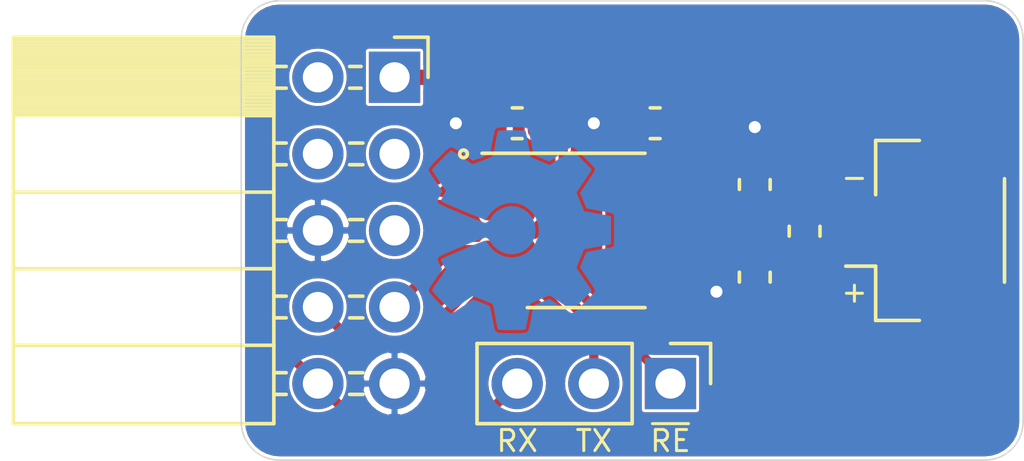
<source format=kicad_pcb>
(kicad_pcb (version 20171130) (host pcbnew "(5.1.4)-1")

  (general
    (thickness 1.6)
    (drawings 15)
    (tracks 63)
    (zones 0)
    (modules 10)
    (nets 12)
  )

  (page A4)
  (layers
    (0 F.Cu signal)
    (31 B.Cu signal hide)
    (32 B.Adhes user hide)
    (33 F.Adhes user hide)
    (34 B.Paste user hide)
    (35 F.Paste user hide)
    (36 B.SilkS user)
    (37 F.SilkS user)
    (38 B.Mask user hide)
    (39 F.Mask user hide)
    (40 Dwgs.User user hide)
    (41 Cmts.User user hide)
    (42 Eco1.User user hide)
    (43 Eco2.User user hide)
    (44 Edge.Cuts user)
    (45 Margin user hide)
    (46 B.CrtYd user hide)
    (47 F.CrtYd user hide)
    (48 B.Fab user hide)
    (49 F.Fab user hide)
  )

  (setup
    (last_trace_width 0.508)
    (user_trace_width 0.1016)
    (user_trace_width 0.1524)
    (user_trace_width 0.3048)
    (user_trace_width 0.508)
    (trace_clearance 0.0889)
    (zone_clearance 0.1016)
    (zone_45_only yes)
    (trace_min 0.0889)
    (via_size 0.8)
    (via_drill 0.4)
    (via_min_size 0.45)
    (via_min_drill 0.2)
    (user_via 0.4572 0.2286)
    (uvia_size 0.3)
    (uvia_drill 0.1)
    (uvias_allowed no)
    (uvia_min_size 0.2)
    (uvia_min_drill 0.1)
    (edge_width 0.05)
    (segment_width 0.2)
    (pcb_text_width 0.3)
    (pcb_text_size 1.5 1.5)
    (mod_edge_width 0.12)
    (mod_text_size 1 1)
    (mod_text_width 0.15)
    (pad_size 3.45 3.45)
    (pad_drill 0)
    (pad_to_mask_clearance 0.051)
    (solder_mask_min_width 0.25)
    (aux_axis_origin 0 0)
    (visible_elements 7FFFFFFF)
    (pcbplotparams
      (layerselection 0x010fc_ffffffff)
      (usegerberextensions false)
      (usegerberattributes false)
      (usegerberadvancedattributes true)
      (creategerberjobfile false)
      (excludeedgelayer false)
      (linewidth 0.150000)
      (plotframeref false)
      (viasonmask false)
      (mode 1)
      (useauxorigin true)
      (hpglpennumber 1)
      (hpglpenspeed 20)
      (hpglpendiameter 15.000000)
      (psnegative false)
      (psa4output false)
      (plotreference true)
      (plotvalue false)
      (plotinvisibletext false)
      (padsonsilk false)
      (subtractmaskfromsilk true)
      (outputformat 1)
      (mirror false)
      (drillshape 0)
      (scaleselection 1)
      (outputdirectory "gerbers/"))
  )

  (net 0 "")
  (net 1 GND)
  (net 2 +3V3)
  (net 3 "Net-(J1-Pad5)")
  (net 4 "Net-(J1-Pad4)")
  (net 5 "Net-(J1-Pad3)")
  (net 6 "Net-(J1-Pad2)")
  (net 7 /DS+)
  (net 8 /DS-)
  (net 9 /~RE)
  (net 10 /TxD)
  (net 11 /RxD)

  (net_class Default "This is the default net class."
    (clearance 0.0889)
    (trace_width 0.25)
    (via_dia 0.8)
    (via_drill 0.4)
    (uvia_dia 0.3)
    (uvia_drill 0.1)
    (add_net +3V3)
    (add_net /DS+)
    (add_net /DS-)
    (add_net /RxD)
    (add_net /TxD)
    (add_net /~RE)
    (add_net GND)
    (add_net "Net-(J1-Pad2)")
    (add_net "Net-(J1-Pad3)")
    (add_net "Net-(J1-Pad4)")
    (add_net "Net-(J1-Pad5)")
  )

  (module Symbol:OSHW-Symbol_6.7x6mm_Copper (layer B.Cu) (tedit 0) (tstamp 5ED11529)
    (at 25.781 22.86 90)
    (descr "Open Source Hardware Symbol")
    (tags "Logo Symbol OSHW")
    (attr virtual)
    (fp_text reference REF** (at 0 0 -90) (layer B.SilkS) hide
      (effects (font (size 1 1) (thickness 0.15)) (justify mirror))
    )
    (fp_text value OSHW-Symbol_6.7x6mm_Copper (at 0.75 0 -90) (layer B.Fab) hide
      (effects (font (size 1 1) (thickness 0.15)) (justify mirror))
    )
    (fp_poly (pts (xy 0.555814 2.531069) (xy 0.639635 2.086445) (xy 0.94892 1.958947) (xy 1.258206 1.831449)
      (xy 1.629246 2.083754) (xy 1.733157 2.154004) (xy 1.827087 2.216728) (xy 1.906652 2.269062)
      (xy 1.96747 2.308143) (xy 2.005157 2.331107) (xy 2.015421 2.336058) (xy 2.03391 2.323324)
      (xy 2.07342 2.288118) (xy 2.129522 2.234938) (xy 2.197787 2.168282) (xy 2.273786 2.092646)
      (xy 2.353092 2.012528) (xy 2.431275 1.932426) (xy 2.503907 1.856836) (xy 2.566559 1.790255)
      (xy 2.614803 1.737182) (xy 2.64421 1.702113) (xy 2.651241 1.690377) (xy 2.641123 1.66874)
      (xy 2.612759 1.621338) (xy 2.569129 1.552807) (xy 2.513218 1.467785) (xy 2.448006 1.370907)
      (xy 2.410219 1.31565) (xy 2.341343 1.214752) (xy 2.28014 1.123701) (xy 2.229578 1.04703)
      (xy 2.192628 0.989272) (xy 2.172258 0.954957) (xy 2.169197 0.947746) (xy 2.176136 0.927252)
      (xy 2.195051 0.879487) (xy 2.223087 0.811168) (xy 2.257391 0.729011) (xy 2.295109 0.63973)
      (xy 2.333387 0.550042) (xy 2.36937 0.466662) (xy 2.400206 0.396306) (xy 2.423039 0.34569)
      (xy 2.435017 0.321529) (xy 2.435724 0.320578) (xy 2.454531 0.315964) (xy 2.504618 0.305672)
      (xy 2.580793 0.290713) (xy 2.677865 0.272099) (xy 2.790643 0.250841) (xy 2.856442 0.238582)
      (xy 2.97695 0.215638) (xy 3.085797 0.193805) (xy 3.177476 0.174278) (xy 3.246481 0.158252)
      (xy 3.287304 0.146921) (xy 3.295511 0.143326) (xy 3.303548 0.118994) (xy 3.310033 0.064041)
      (xy 3.31497 -0.015108) (xy 3.318364 -0.112026) (xy 3.320218 -0.220287) (xy 3.320538 -0.333465)
      (xy 3.319327 -0.445135) (xy 3.31659 -0.548868) (xy 3.312331 -0.638241) (xy 3.306555 -0.706826)
      (xy 3.299267 -0.748197) (xy 3.294895 -0.75681) (xy 3.268764 -0.767133) (xy 3.213393 -0.781892)
      (xy 3.136107 -0.799352) (xy 3.04423 -0.81778) (xy 3.012158 -0.823741) (xy 2.857524 -0.852066)
      (xy 2.735375 -0.874876) (xy 2.641673 -0.89308) (xy 2.572384 -0.907583) (xy 2.523471 -0.919292)
      (xy 2.490897 -0.929115) (xy 2.470628 -0.937956) (xy 2.458626 -0.946724) (xy 2.456947 -0.948457)
      (xy 2.440184 -0.976371) (xy 2.414614 -1.030695) (xy 2.382788 -1.104777) (xy 2.34726 -1.191965)
      (xy 2.310583 -1.285608) (xy 2.275311 -1.379052) (xy 2.243996 -1.465647) (xy 2.219193 -1.53874)
      (xy 2.203454 -1.591678) (xy 2.199332 -1.617811) (xy 2.199676 -1.618726) (xy 2.213641 -1.640086)
      (xy 2.245322 -1.687084) (xy 2.291391 -1.754827) (xy 2.348518 -1.838423) (xy 2.413373 -1.932982)
      (xy 2.431843 -1.959854) (xy 2.497699 -2.057275) (xy 2.55565 -2.146163) (xy 2.602538 -2.221412)
      (xy 2.635207 -2.27792) (xy 2.6505 -2.310581) (xy 2.651241 -2.314593) (xy 2.638392 -2.335684)
      (xy 2.602888 -2.377464) (xy 2.549293 -2.435445) (xy 2.482171 -2.505135) (xy 2.406087 -2.582045)
      (xy 2.325604 -2.661683) (xy 2.245287 -2.739561) (xy 2.169699 -2.811186) (xy 2.103405 -2.87207)
      (xy 2.050969 -2.917721) (xy 2.016955 -2.94365) (xy 2.007545 -2.947883) (xy 1.985643 -2.937912)
      (xy 1.9408 -2.91102) (xy 1.880321 -2.871736) (xy 1.833789 -2.840117) (xy 1.749475 -2.782098)
      (xy 1.649626 -2.713784) (xy 1.549473 -2.645579) (xy 1.495627 -2.609075) (xy 1.313371 -2.4858)
      (xy 1.160381 -2.56852) (xy 1.090682 -2.604759) (xy 1.031414 -2.632926) (xy 0.991311 -2.648991)
      (xy 0.981103 -2.651226) (xy 0.968829 -2.634722) (xy 0.944613 -2.588082) (xy 0.910263 -2.515609)
      (xy 0.867588 -2.421606) (xy 0.818394 -2.310374) (xy 0.76449 -2.186215) (xy 0.707684 -2.053432)
      (xy 0.649782 -1.916327) (xy 0.592593 -1.779202) (xy 0.537924 -1.646358) (xy 0.487584 -1.522098)
      (xy 0.44338 -1.410725) (xy 0.407119 -1.316539) (xy 0.380609 -1.243844) (xy 0.365658 -1.196941)
      (xy 0.363254 -1.180833) (xy 0.382311 -1.160286) (xy 0.424036 -1.126933) (xy 0.479706 -1.087702)
      (xy 0.484378 -1.084599) (xy 0.628264 -0.969423) (xy 0.744283 -0.835053) (xy 0.83143 -0.685784)
      (xy 0.888699 -0.525913) (xy 0.915086 -0.359737) (xy 0.909585 -0.191552) (xy 0.87119 -0.025655)
      (xy 0.798895 0.133658) (xy 0.777626 0.168513) (xy 0.666996 0.309263) (xy 0.536302 0.422286)
      (xy 0.390064 0.506997) (xy 0.232808 0.562806) (xy 0.069057 0.589126) (xy -0.096667 0.58537)
      (xy -0.259838 0.55095) (xy -0.415935 0.485277) (xy -0.560433 0.387765) (xy -0.605131 0.348187)
      (xy -0.718888 0.224297) (xy -0.801782 0.093876) (xy -0.858644 -0.052315) (xy -0.890313 -0.197088)
      (xy -0.898131 -0.35986) (xy -0.872062 -0.52344) (xy -0.814755 -0.682298) (xy -0.728856 -0.830906)
      (xy -0.617014 -0.963735) (xy -0.481877 -1.075256) (xy -0.464117 -1.087011) (xy -0.40785 -1.125508)
      (xy -0.365077 -1.158863) (xy -0.344628 -1.18016) (xy -0.344331 -1.180833) (xy -0.348721 -1.203871)
      (xy -0.366124 -1.256157) (xy -0.394732 -1.33339) (xy -0.432735 -1.431268) (xy -0.478326 -1.545491)
      (xy -0.529697 -1.671758) (xy -0.585038 -1.805767) (xy -0.642542 -1.943218) (xy -0.700399 -2.079808)
      (xy -0.756802 -2.211237) (xy -0.809942 -2.333205) (xy -0.85801 -2.441409) (xy -0.899199 -2.531549)
      (xy -0.931699 -2.599323) (xy -0.953703 -2.64043) (xy -0.962564 -2.651226) (xy -0.98964 -2.642819)
      (xy -1.040303 -2.620272) (xy -1.105817 -2.587613) (xy -1.141841 -2.56852) (xy -1.294832 -2.4858)
      (xy -1.477088 -2.609075) (xy -1.570125 -2.672228) (xy -1.671985 -2.741727) (xy -1.767438 -2.807165)
      (xy -1.81525 -2.840117) (xy -1.882495 -2.885273) (xy -1.939436 -2.921057) (xy -1.978646 -2.942938)
      (xy -1.991381 -2.947563) (xy -2.009917 -2.935085) (xy -2.050941 -2.900252) (xy -2.110475 -2.846678)
      (xy -2.184542 -2.777983) (xy -2.269165 -2.697781) (xy -2.322685 -2.646286) (xy -2.416319 -2.554286)
      (xy -2.497241 -2.471999) (xy -2.562177 -2.402945) (xy -2.607858 -2.350644) (xy -2.631011 -2.318616)
      (xy -2.633232 -2.312116) (xy -2.622924 -2.287394) (xy -2.594439 -2.237405) (xy -2.550937 -2.167212)
      (xy -2.495577 -2.081875) (xy -2.43152 -1.986456) (xy -2.413303 -1.959854) (xy -2.346927 -1.863167)
      (xy -2.287378 -1.776117) (xy -2.237984 -1.703595) (xy -2.202075 -1.650493) (xy -2.182981 -1.621703)
      (xy -2.181136 -1.618726) (xy -2.183895 -1.595782) (xy -2.198538 -1.545336) (xy -2.222513 -1.474041)
      (xy -2.253266 -1.388547) (xy -2.288244 -1.295507) (xy -2.324893 -1.201574) (xy -2.360661 -1.113399)
      (xy -2.392994 -1.037634) (xy -2.419338 -0.980931) (xy -2.437142 -0.949943) (xy -2.438407 -0.948457)
      (xy -2.449294 -0.939601) (xy -2.467682 -0.930843) (xy -2.497606 -0.921277) (xy -2.543103 -0.909996)
      (xy -2.608209 -0.896093) (xy -2.696961 -0.878663) (xy -2.813393 -0.856798) (xy -2.961542 -0.829591)
      (xy -2.993618 -0.823741) (xy -3.088686 -0.805374) (xy -3.171565 -0.787405) (xy -3.23493 -0.771569)
      (xy -3.271458 -0.7596) (xy -3.276356 -0.75681) (xy -3.284427 -0.732072) (xy -3.290987 -0.67679)
      (xy -3.296033 -0.597389) (xy -3.299559 -0.500296) (xy -3.301561 -0.391938) (xy -3.302036 -0.27874)
      (xy -3.300977 -0.167128) (xy -3.298382 -0.063529) (xy -3.294246 0.025632) (xy -3.288563 0.093928)
      (xy -3.281331 0.134934) (xy -3.276971 0.143326) (xy -3.252698 0.151792) (xy -3.197426 0.165565)
      (xy -3.116662 0.18345) (xy -3.015912 0.204252) (xy -2.900683 0.226777) (xy -2.837902 0.238582)
      (xy -2.718787 0.260849) (xy -2.612565 0.281021) (xy -2.524427 0.298085) (xy -2.459566 0.311031)
      (xy -2.423174 0.318845) (xy -2.417184 0.320578) (xy -2.407061 0.34011) (xy -2.385662 0.387157)
      (xy -2.355839 0.454997) (xy -2.320445 0.536909) (xy -2.282332 0.626172) (xy -2.244353 0.716065)
      (xy -2.20936 0.799865) (xy -2.180206 0.870853) (xy -2.159743 0.922306) (xy -2.150823 0.947503)
      (xy -2.150657 0.948604) (xy -2.160769 0.968481) (xy -2.189117 1.014223) (xy -2.232723 1.081283)
      (xy -2.288606 1.165116) (xy -2.353787 1.261174) (xy -2.391679 1.31635) (xy -2.460725 1.417519)
      (xy -2.52205 1.50937) (xy -2.572663 1.587256) (xy -2.609571 1.646531) (xy -2.629782 1.682549)
      (xy -2.632701 1.690623) (xy -2.620153 1.709416) (xy -2.585463 1.749543) (xy -2.533063 1.806507)
      (xy -2.467384 1.875815) (xy -2.392856 1.952969) (xy -2.313913 2.033475) (xy -2.234983 2.112837)
      (xy -2.1605 2.18656) (xy -2.094894 2.250148) (xy -2.042596 2.299106) (xy -2.008039 2.328939)
      (xy -1.996478 2.336058) (xy -1.977654 2.326047) (xy -1.932631 2.297922) (xy -1.865787 2.254546)
      (xy -1.781499 2.198782) (xy -1.684144 2.133494) (xy -1.610707 2.083754) (xy -1.239667 1.831449)
      (xy -0.621095 2.086445) (xy -0.537275 2.531069) (xy -0.453454 2.975693) (xy 0.471994 2.975693)
      (xy 0.555814 2.531069)) (layer B.Cu) (width 0.01))
  )

  (module Connector_JST:JST_GH_SM02B-GHS-TB_1x02-1MP_P1.25mm_Horizontal (layer F.Cu) (tedit 5B78AD87) (tstamp 5ED0ECAB)
    (at 39.243 22.86 90)
    (descr "JST GH series connector, SM02B-GHS-TB (http://www.jst-mfg.com/product/pdf/eng/eGH.pdf), generated with kicad-footprint-generator")
    (tags "connector JST GH top entry")
    (path /5ED15D3B)
    (attr smd)
    (fp_text reference J3 (at 0 0.762 180) (layer F.SilkS) hide
      (effects (font (size 1 1) (thickness 0.15)))
    )
    (fp_text value JST-GH (at 0 3.9 90) (layer F.Fab)
      (effects (font (size 1 1) (thickness 0.15)))
    )
    (fp_text user %R (at 0 0 90) (layer F.Fab)
      (effects (font (size 1 1) (thickness 0.15)))
    )
    (fp_line (start -0.625 -0.892893) (end -0.125 -1.6) (layer F.Fab) (width 0.1))
    (fp_line (start -1.125 -1.6) (end -0.625 -0.892893) (layer F.Fab) (width 0.1))
    (fp_line (start 3.48 -3.2) (end -3.48 -3.2) (layer F.CrtYd) (width 0.05))
    (fp_line (start 3.48 3.2) (end 3.48 -3.2) (layer F.CrtYd) (width 0.05))
    (fp_line (start -3.48 3.2) (end 3.48 3.2) (layer F.CrtYd) (width 0.05))
    (fp_line (start -3.48 -3.2) (end -3.48 3.2) (layer F.CrtYd) (width 0.05))
    (fp_line (start 2.875 -1.6) (end 2.875 2.45) (layer F.Fab) (width 0.1))
    (fp_line (start -2.875 -1.6) (end -2.875 2.45) (layer F.Fab) (width 0.1))
    (fp_line (start -2.875 2.45) (end 2.875 2.45) (layer F.Fab) (width 0.1))
    (fp_line (start -1.715 2.56) (end 1.715 2.56) (layer F.SilkS) (width 0.12))
    (fp_line (start 2.985 -1.71) (end 1.185 -1.71) (layer F.SilkS) (width 0.12))
    (fp_line (start 2.985 -0.26) (end 2.985 -1.71) (layer F.SilkS) (width 0.12))
    (fp_line (start -1.185 -1.71) (end -1.185 -2.7) (layer F.SilkS) (width 0.12))
    (fp_line (start -2.985 -1.71) (end -1.185 -1.71) (layer F.SilkS) (width 0.12))
    (fp_line (start -2.985 -0.26) (end -2.985 -1.71) (layer F.SilkS) (width 0.12))
    (fp_line (start -2.875 -1.6) (end 2.875 -1.6) (layer F.Fab) (width 0.1))
    (pad MP smd roundrect (at 2.475 1.35 90) (size 1 2.7) (layers F.Cu F.Paste F.Mask) (roundrect_rratio 0.25))
    (pad MP smd roundrect (at -2.475 1.35 90) (size 1 2.7) (layers F.Cu F.Paste F.Mask) (roundrect_rratio 0.25))
    (pad 2 smd roundrect (at 0.625 -1.85 90) (size 0.6 1.7) (layers F.Cu F.Paste F.Mask) (roundrect_rratio 0.25)
      (net 8 /DS-))
    (pad 1 smd roundrect (at -0.625 -1.85 90) (size 0.6 1.7) (layers F.Cu F.Paste F.Mask) (roundrect_rratio 0.25)
      (net 7 /DS+))
    (model ${KISYS3DMOD}/Connector_JST.3dshapes/JST_GH_SM02B-GHS-TB_1x02-1MP_P1.25mm_Horizontal.wrl
      (at (xyz 0 0 0))
      (scale (xyz 1 1 1))
      (rotate (xyz 0 0 0))
    )
  )

  (module Capacitor_SMD:C_0603_1608Metric (layer F.Cu) (tedit 5B301BBE) (tstamp 5E37C1F9)
    (at 30.226 19.304 180)
    (descr "Capacitor SMD 0603 (1608 Metric), square (rectangular) end terminal, IPC_7351 nominal, (Body size source: http://www.tortai-tech.com/upload/download/2011102023233369053.pdf), generated with kicad-footprint-generator")
    (tags capacitor)
    (path /5E38C862)
    (attr smd)
    (fp_text reference C1 (at 0 0) (layer F.SilkS) hide
      (effects (font (size 1 1) (thickness 0.15)))
    )
    (fp_text value 0.1u (at 0 1.43) (layer F.Fab)
      (effects (font (size 1 1) (thickness 0.15)))
    )
    (fp_text user %R (at 0 0) (layer F.Fab)
      (effects (font (size 0.4 0.4) (thickness 0.06)))
    )
    (fp_line (start 1.48 0.73) (end -1.48 0.73) (layer F.CrtYd) (width 0.05))
    (fp_line (start 1.48 -0.73) (end 1.48 0.73) (layer F.CrtYd) (width 0.05))
    (fp_line (start -1.48 -0.73) (end 1.48 -0.73) (layer F.CrtYd) (width 0.05))
    (fp_line (start -1.48 0.73) (end -1.48 -0.73) (layer F.CrtYd) (width 0.05))
    (fp_line (start -0.162779 0.51) (end 0.162779 0.51) (layer F.SilkS) (width 0.12))
    (fp_line (start -0.162779 -0.51) (end 0.162779 -0.51) (layer F.SilkS) (width 0.12))
    (fp_line (start 0.8 0.4) (end -0.8 0.4) (layer F.Fab) (width 0.1))
    (fp_line (start 0.8 -0.4) (end 0.8 0.4) (layer F.Fab) (width 0.1))
    (fp_line (start -0.8 -0.4) (end 0.8 -0.4) (layer F.Fab) (width 0.1))
    (fp_line (start -0.8 0.4) (end -0.8 -0.4) (layer F.Fab) (width 0.1))
    (pad 2 smd roundrect (at 0.7875 0 180) (size 0.875 0.95) (layers F.Cu F.Paste F.Mask) (roundrect_rratio 0.25)
      (net 1 GND))
    (pad 1 smd roundrect (at -0.7875 0 180) (size 0.875 0.95) (layers F.Cu F.Paste F.Mask) (roundrect_rratio 0.25)
      (net 2 +3V3))
    (model ${KISYS3DMOD}/Capacitor_SMD.3dshapes/C_0603_1608Metric.wrl
      (at (xyz 0 0 0))
      (scale (xyz 1 1 1))
      (rotate (xyz 0 0 0))
    )
  )

  (module Resistor_SMD:R_0603_1608Metric (layer F.Cu) (tedit 5B301BBD) (tstamp 5E37CB50)
    (at 33.528 21.336 90)
    (descr "Resistor SMD 0603 (1608 Metric), square (rectangular) end terminal, IPC_7351 nominal, (Body size source: http://www.tortai-tech.com/upload/download/2011102023233369053.pdf), generated with kicad-footprint-generator")
    (tags resistor)
    (path /5E37E16C)
    (attr smd)
    (fp_text reference R5 (at 0 0 90) (layer F.SilkS) hide
      (effects (font (size 1 1) (thickness 0.15)))
    )
    (fp_text value Rb (at 0 1.43 90) (layer F.Fab)
      (effects (font (size 1 1) (thickness 0.15)))
    )
    (fp_text user %R (at 0 0 90) (layer F.Fab)
      (effects (font (size 0.4 0.4) (thickness 0.06)))
    )
    (fp_line (start 1.48 0.73) (end -1.48 0.73) (layer F.CrtYd) (width 0.05))
    (fp_line (start 1.48 -0.73) (end 1.48 0.73) (layer F.CrtYd) (width 0.05))
    (fp_line (start -1.48 -0.73) (end 1.48 -0.73) (layer F.CrtYd) (width 0.05))
    (fp_line (start -1.48 0.73) (end -1.48 -0.73) (layer F.CrtYd) (width 0.05))
    (fp_line (start -0.162779 0.51) (end 0.162779 0.51) (layer F.SilkS) (width 0.12))
    (fp_line (start -0.162779 -0.51) (end 0.162779 -0.51) (layer F.SilkS) (width 0.12))
    (fp_line (start 0.8 0.4) (end -0.8 0.4) (layer F.Fab) (width 0.1))
    (fp_line (start 0.8 -0.4) (end 0.8 0.4) (layer F.Fab) (width 0.1))
    (fp_line (start -0.8 -0.4) (end 0.8 -0.4) (layer F.Fab) (width 0.1))
    (fp_line (start -0.8 0.4) (end -0.8 -0.4) (layer F.Fab) (width 0.1))
    (pad 2 smd roundrect (at 0.7875 0 90) (size 0.875 0.95) (layers F.Cu F.Paste F.Mask) (roundrect_rratio 0.25)
      (net 1 GND))
    (pad 1 smd roundrect (at -0.7875 0 90) (size 0.875 0.95) (layers F.Cu F.Paste F.Mask) (roundrect_rratio 0.25)
      (net 8 /DS-))
    (model ${KISYS3DMOD}/Resistor_SMD.3dshapes/R_0603_1608Metric.wrl
      (at (xyz 0 0 0))
      (scale (xyz 1 1 1))
      (rotate (xyz 0 0 0))
    )
  )

  (module Resistor_SMD:R_0603_1608Metric (layer F.Cu) (tedit 5B301BBD) (tstamp 5E37CB80)
    (at 35.179 22.885501 90)
    (descr "Resistor SMD 0603 (1608 Metric), square (rectangular) end terminal, IPC_7351 nominal, (Body size source: http://www.tortai-tech.com/upload/download/2011102023233369053.pdf), generated with kicad-footprint-generator")
    (tags resistor)
    (path /5E37DAB8)
    (attr smd)
    (fp_text reference R4 (at 0 0 90) (layer F.SilkS) hide
      (effects (font (size 1 1) (thickness 0.15)))
    )
    (fp_text value Rt (at 0 1.43 90) (layer F.Fab)
      (effects (font (size 1 1) (thickness 0.15)))
    )
    (fp_text user %R (at 0 0 90) (layer F.Fab)
      (effects (font (size 0.4 0.4) (thickness 0.06)))
    )
    (fp_line (start 1.48 0.73) (end -1.48 0.73) (layer F.CrtYd) (width 0.05))
    (fp_line (start 1.48 -0.73) (end 1.48 0.73) (layer F.CrtYd) (width 0.05))
    (fp_line (start -1.48 -0.73) (end 1.48 -0.73) (layer F.CrtYd) (width 0.05))
    (fp_line (start -1.48 0.73) (end -1.48 -0.73) (layer F.CrtYd) (width 0.05))
    (fp_line (start -0.162779 0.51) (end 0.162779 0.51) (layer F.SilkS) (width 0.12))
    (fp_line (start -0.162779 -0.51) (end 0.162779 -0.51) (layer F.SilkS) (width 0.12))
    (fp_line (start 0.8 0.4) (end -0.8 0.4) (layer F.Fab) (width 0.1))
    (fp_line (start 0.8 -0.4) (end 0.8 0.4) (layer F.Fab) (width 0.1))
    (fp_line (start -0.8 -0.4) (end 0.8 -0.4) (layer F.Fab) (width 0.1))
    (fp_line (start -0.8 0.4) (end -0.8 -0.4) (layer F.Fab) (width 0.1))
    (pad 2 smd roundrect (at 0.7875 0 90) (size 0.875 0.95) (layers F.Cu F.Paste F.Mask) (roundrect_rratio 0.25)
      (net 8 /DS-))
    (pad 1 smd roundrect (at -0.7875 0 90) (size 0.875 0.95) (layers F.Cu F.Paste F.Mask) (roundrect_rratio 0.25)
      (net 7 /DS+))
    (model ${KISYS3DMOD}/Resistor_SMD.3dshapes/R_0603_1608Metric.wrl
      (at (xyz 0 0 0))
      (scale (xyz 1 1 1))
      (rotate (xyz 0 0 0))
    )
  )

  (module Resistor_SMD:R_0603_1608Metric (layer F.Cu) (tedit 5B301BBD) (tstamp 5E37C260)
    (at 25.654 19.304 180)
    (descr "Resistor SMD 0603 (1608 Metric), square (rectangular) end terminal, IPC_7351 nominal, (Body size source: http://www.tortai-tech.com/upload/download/2011102023233369053.pdf), generated with kicad-footprint-generator")
    (tags resistor)
    (path /5E394C70)
    (attr smd)
    (fp_text reference R3 (at 0 0) (layer F.SilkS) hide
      (effects (font (size 1 1) (thickness 0.15)))
    )
    (fp_text value 10k (at 0 1.43) (layer F.Fab)
      (effects (font (size 1 1) (thickness 0.15)))
    )
    (fp_text user %R (at 0 0) (layer F.Fab)
      (effects (font (size 0.4 0.4) (thickness 0.06)))
    )
    (fp_line (start 1.48 0.73) (end -1.48 0.73) (layer F.CrtYd) (width 0.05))
    (fp_line (start 1.48 -0.73) (end 1.48 0.73) (layer F.CrtYd) (width 0.05))
    (fp_line (start -1.48 -0.73) (end 1.48 -0.73) (layer F.CrtYd) (width 0.05))
    (fp_line (start -1.48 0.73) (end -1.48 -0.73) (layer F.CrtYd) (width 0.05))
    (fp_line (start -0.162779 0.51) (end 0.162779 0.51) (layer F.SilkS) (width 0.12))
    (fp_line (start -0.162779 -0.51) (end 0.162779 -0.51) (layer F.SilkS) (width 0.12))
    (fp_line (start 0.8 0.4) (end -0.8 0.4) (layer F.Fab) (width 0.1))
    (fp_line (start 0.8 -0.4) (end 0.8 0.4) (layer F.Fab) (width 0.1))
    (fp_line (start -0.8 -0.4) (end 0.8 -0.4) (layer F.Fab) (width 0.1))
    (fp_line (start -0.8 0.4) (end -0.8 -0.4) (layer F.Fab) (width 0.1))
    (pad 2 smd roundrect (at 0.7875 0 180) (size 0.875 0.95) (layers F.Cu F.Paste F.Mask) (roundrect_rratio 0.25)
      (net 1 GND))
    (pad 1 smd roundrect (at -0.7875 0 180) (size 0.875 0.95) (layers F.Cu F.Paste F.Mask) (roundrect_rratio 0.25)
      (net 9 /~RE))
    (model ${KISYS3DMOD}/Resistor_SMD.3dshapes/R_0603_1608Metric.wrl
      (at (xyz 0 0 0))
      (scale (xyz 1 1 1))
      (rotate (xyz 0 0 0))
    )
  )

  (module Resistor_SMD:R_0603_1608Metric (layer F.Cu) (tedit 5B301BBD) (tstamp 5E37C7A4)
    (at 33.528 24.409501 90)
    (descr "Resistor SMD 0603 (1608 Metric), square (rectangular) end terminal, IPC_7351 nominal, (Body size source: http://www.tortai-tech.com/upload/download/2011102023233369053.pdf), generated with kicad-footprint-generator")
    (tags resistor)
    (path /5E37DD28)
    (attr smd)
    (fp_text reference R2 (at 0 0 90) (layer F.SilkS) hide
      (effects (font (size 1 1) (thickness 0.15)))
    )
    (fp_text value Rb (at 0 1.43 90) (layer F.Fab)
      (effects (font (size 1 1) (thickness 0.15)))
    )
    (fp_text user %R (at 0 0 90) (layer F.Fab)
      (effects (font (size 0.4 0.4) (thickness 0.06)))
    )
    (fp_line (start 1.48 0.73) (end -1.48 0.73) (layer F.CrtYd) (width 0.05))
    (fp_line (start 1.48 -0.73) (end 1.48 0.73) (layer F.CrtYd) (width 0.05))
    (fp_line (start -1.48 -0.73) (end 1.48 -0.73) (layer F.CrtYd) (width 0.05))
    (fp_line (start -1.48 0.73) (end -1.48 -0.73) (layer F.CrtYd) (width 0.05))
    (fp_line (start -0.162779 0.51) (end 0.162779 0.51) (layer F.SilkS) (width 0.12))
    (fp_line (start -0.162779 -0.51) (end 0.162779 -0.51) (layer F.SilkS) (width 0.12))
    (fp_line (start 0.8 0.4) (end -0.8 0.4) (layer F.Fab) (width 0.1))
    (fp_line (start 0.8 -0.4) (end 0.8 0.4) (layer F.Fab) (width 0.1))
    (fp_line (start -0.8 -0.4) (end 0.8 -0.4) (layer F.Fab) (width 0.1))
    (fp_line (start -0.8 0.4) (end -0.8 -0.4) (layer F.Fab) (width 0.1))
    (pad 2 smd roundrect (at 0.7875 0 90) (size 0.875 0.95) (layers F.Cu F.Paste F.Mask) (roundrect_rratio 0.25)
      (net 7 /DS+))
    (pad 1 smd roundrect (at -0.7875 0 90) (size 0.875 0.95) (layers F.Cu F.Paste F.Mask) (roundrect_rratio 0.25)
      (net 2 +3V3))
    (model ${KISYS3DMOD}/Resistor_SMD.3dshapes/R_0603_1608Metric.wrl
      (at (xyz 0 0 0))
      (scale (xyz 1 1 1))
      (rotate (xyz 0 0 0))
    )
  )

  (module Connector_PinHeader_2.54mm:PinHeader_1x03_P2.54mm_Vertical (layer F.Cu) (tedit 59FED5CC) (tstamp 5ED0E9DC)
    (at 30.734 27.94 270)
    (descr "Through hole straight pin header, 1x03, 2.54mm pitch, single row")
    (tags "Through hole pin header THT 1x03 2.54mm single row")
    (path /5ED1093F)
    (fp_text reference J2 (at 0 0 180) (layer F.SilkS) hide
      (effects (font (size 1 1) (thickness 0.15)))
    )
    (fp_text value Conn_01x03 (at 0 7.41 90) (layer F.Fab)
      (effects (font (size 1 1) (thickness 0.15)))
    )
    (fp_text user %R (at 0 2.54) (layer F.Fab)
      (effects (font (size 1 1) (thickness 0.15)))
    )
    (fp_line (start 1.8 -1.8) (end -1.8 -1.8) (layer F.CrtYd) (width 0.05))
    (fp_line (start 1.8 6.85) (end 1.8 -1.8) (layer F.CrtYd) (width 0.05))
    (fp_line (start -1.8 6.85) (end 1.8 6.85) (layer F.CrtYd) (width 0.05))
    (fp_line (start -1.8 -1.8) (end -1.8 6.85) (layer F.CrtYd) (width 0.05))
    (fp_line (start -1.33 -1.33) (end 0 -1.33) (layer F.SilkS) (width 0.12))
    (fp_line (start -1.33 0) (end -1.33 -1.33) (layer F.SilkS) (width 0.12))
    (fp_line (start -1.33 1.27) (end 1.33 1.27) (layer F.SilkS) (width 0.12))
    (fp_line (start 1.33 1.27) (end 1.33 6.41) (layer F.SilkS) (width 0.12))
    (fp_line (start -1.33 1.27) (end -1.33 6.41) (layer F.SilkS) (width 0.12))
    (fp_line (start -1.33 6.41) (end 1.33 6.41) (layer F.SilkS) (width 0.12))
    (fp_line (start -1.27 -0.635) (end -0.635 -1.27) (layer F.Fab) (width 0.1))
    (fp_line (start -1.27 6.35) (end -1.27 -0.635) (layer F.Fab) (width 0.1))
    (fp_line (start 1.27 6.35) (end -1.27 6.35) (layer F.Fab) (width 0.1))
    (fp_line (start 1.27 -1.27) (end 1.27 6.35) (layer F.Fab) (width 0.1))
    (fp_line (start -0.635 -1.27) (end 1.27 -1.27) (layer F.Fab) (width 0.1))
    (pad 3 thru_hole oval (at 0 5.08 270) (size 1.7 1.7) (drill 1) (layers *.Cu *.Mask)
      (net 11 /RxD))
    (pad 2 thru_hole oval (at 0 2.54 270) (size 1.7 1.7) (drill 1) (layers *.Cu *.Mask)
      (net 10 /TxD))
    (pad 1 thru_hole rect (at 0 0 270) (size 1.7 1.7) (drill 1) (layers *.Cu *.Mask)
      (net 9 /~RE))
    (model ${KISYS3DMOD}/Connector_PinHeader_2.54mm.3dshapes/PinHeader_1x03_P2.54mm_Vertical.wrl
      (at (xyz 0 0 0))
      (scale (xyz 1 1 1))
      (rotate (xyz 0 0 0))
    )
  )

  (module Connector_PinSocket_2.54mm:PinSocket_2x05_P2.54mm_Horizontal (layer F.Cu) (tedit 5A19A422) (tstamp 5E381DF4)
    (at 21.59 17.78)
    (descr "Through hole angled socket strip, 2x05, 2.54mm pitch, 8.51mm socket length, double cols (from Kicad 4.0.7), script generated")
    (tags "Through hole angled socket strip THT 2x05 2.54mm double row")
    (path /5E385594)
    (fp_text reference J1 (at 0 0) (layer F.SilkS) hide
      (effects (font (size 1 1) (thickness 0.15)))
    )
    (fp_text value RPi (at -5.65 12.93) (layer F.Fab)
      (effects (font (size 1 1) (thickness 0.15)))
    )
    (fp_text user %R (at -8.315 5.08 90) (layer F.Fab)
      (effects (font (size 1 1) (thickness 0.15)))
    )
    (fp_line (start 1.8 11.95) (end 1.8 -1.75) (layer F.CrtYd) (width 0.05))
    (fp_line (start -13.05 11.95) (end 1.8 11.95) (layer F.CrtYd) (width 0.05))
    (fp_line (start -13.05 -1.75) (end -13.05 11.95) (layer F.CrtYd) (width 0.05))
    (fp_line (start 1.8 -1.75) (end -13.05 -1.75) (layer F.CrtYd) (width 0.05))
    (fp_line (start 0 -1.33) (end 1.11 -1.33) (layer F.SilkS) (width 0.12))
    (fp_line (start 1.11 -1.33) (end 1.11 0) (layer F.SilkS) (width 0.12))
    (fp_line (start -12.63 -1.33) (end -12.63 11.49) (layer F.SilkS) (width 0.12))
    (fp_line (start -12.63 11.49) (end -4 11.49) (layer F.SilkS) (width 0.12))
    (fp_line (start -4 -1.33) (end -4 11.49) (layer F.SilkS) (width 0.12))
    (fp_line (start -12.63 -1.33) (end -4 -1.33) (layer F.SilkS) (width 0.12))
    (fp_line (start -12.63 8.89) (end -4 8.89) (layer F.SilkS) (width 0.12))
    (fp_line (start -12.63 6.35) (end -4 6.35) (layer F.SilkS) (width 0.12))
    (fp_line (start -12.63 3.81) (end -4 3.81) (layer F.SilkS) (width 0.12))
    (fp_line (start -12.63 1.27) (end -4 1.27) (layer F.SilkS) (width 0.12))
    (fp_line (start -1.49 10.52) (end -1.05 10.52) (layer F.SilkS) (width 0.12))
    (fp_line (start -4 10.52) (end -3.59 10.52) (layer F.SilkS) (width 0.12))
    (fp_line (start -1.49 9.8) (end -1.05 9.8) (layer F.SilkS) (width 0.12))
    (fp_line (start -4 9.8) (end -3.59 9.8) (layer F.SilkS) (width 0.12))
    (fp_line (start -1.49 7.98) (end -1.05 7.98) (layer F.SilkS) (width 0.12))
    (fp_line (start -4 7.98) (end -3.59 7.98) (layer F.SilkS) (width 0.12))
    (fp_line (start -1.49 7.26) (end -1.05 7.26) (layer F.SilkS) (width 0.12))
    (fp_line (start -4 7.26) (end -3.59 7.26) (layer F.SilkS) (width 0.12))
    (fp_line (start -1.49 5.44) (end -1.05 5.44) (layer F.SilkS) (width 0.12))
    (fp_line (start -4 5.44) (end -3.59 5.44) (layer F.SilkS) (width 0.12))
    (fp_line (start -1.49 4.72) (end -1.05 4.72) (layer F.SilkS) (width 0.12))
    (fp_line (start -4 4.72) (end -3.59 4.72) (layer F.SilkS) (width 0.12))
    (fp_line (start -1.49 2.9) (end -1.05 2.9) (layer F.SilkS) (width 0.12))
    (fp_line (start -4 2.9) (end -3.59 2.9) (layer F.SilkS) (width 0.12))
    (fp_line (start -1.49 2.18) (end -1.05 2.18) (layer F.SilkS) (width 0.12))
    (fp_line (start -4 2.18) (end -3.59 2.18) (layer F.SilkS) (width 0.12))
    (fp_line (start -1.49 0.36) (end -1.11 0.36) (layer F.SilkS) (width 0.12))
    (fp_line (start -4 0.36) (end -3.59 0.36) (layer F.SilkS) (width 0.12))
    (fp_line (start -1.49 -0.36) (end -1.11 -0.36) (layer F.SilkS) (width 0.12))
    (fp_line (start -4 -0.36) (end -3.59 -0.36) (layer F.SilkS) (width 0.12))
    (fp_line (start -12.63 1.1519) (end -4 1.1519) (layer F.SilkS) (width 0.12))
    (fp_line (start -12.63 1.033805) (end -4 1.033805) (layer F.SilkS) (width 0.12))
    (fp_line (start -12.63 0.91571) (end -4 0.91571) (layer F.SilkS) (width 0.12))
    (fp_line (start -12.63 0.797615) (end -4 0.797615) (layer F.SilkS) (width 0.12))
    (fp_line (start -12.63 0.67952) (end -4 0.67952) (layer F.SilkS) (width 0.12))
    (fp_line (start -12.63 0.561425) (end -4 0.561425) (layer F.SilkS) (width 0.12))
    (fp_line (start -12.63 0.44333) (end -4 0.44333) (layer F.SilkS) (width 0.12))
    (fp_line (start -12.63 0.325235) (end -4 0.325235) (layer F.SilkS) (width 0.12))
    (fp_line (start -12.63 0.20714) (end -4 0.20714) (layer F.SilkS) (width 0.12))
    (fp_line (start -12.63 0.089045) (end -4 0.089045) (layer F.SilkS) (width 0.12))
    (fp_line (start -12.63 -0.02905) (end -4 -0.02905) (layer F.SilkS) (width 0.12))
    (fp_line (start -12.63 -0.147145) (end -4 -0.147145) (layer F.SilkS) (width 0.12))
    (fp_line (start -12.63 -0.26524) (end -4 -0.26524) (layer F.SilkS) (width 0.12))
    (fp_line (start -12.63 -0.383335) (end -4 -0.383335) (layer F.SilkS) (width 0.12))
    (fp_line (start -12.63 -0.50143) (end -4 -0.50143) (layer F.SilkS) (width 0.12))
    (fp_line (start -12.63 -0.619525) (end -4 -0.619525) (layer F.SilkS) (width 0.12))
    (fp_line (start -12.63 -0.73762) (end -4 -0.73762) (layer F.SilkS) (width 0.12))
    (fp_line (start -12.63 -0.855715) (end -4 -0.855715) (layer F.SilkS) (width 0.12))
    (fp_line (start -12.63 -0.97381) (end -4 -0.97381) (layer F.SilkS) (width 0.12))
    (fp_line (start -12.63 -1.091905) (end -4 -1.091905) (layer F.SilkS) (width 0.12))
    (fp_line (start -12.63 -1.21) (end -4 -1.21) (layer F.SilkS) (width 0.12))
    (fp_line (start 0 10.46) (end 0 9.86) (layer F.Fab) (width 0.1))
    (fp_line (start -4.06 10.46) (end 0 10.46) (layer F.Fab) (width 0.1))
    (fp_line (start 0 9.86) (end -4.06 9.86) (layer F.Fab) (width 0.1))
    (fp_line (start 0 7.92) (end 0 7.32) (layer F.Fab) (width 0.1))
    (fp_line (start -4.06 7.92) (end 0 7.92) (layer F.Fab) (width 0.1))
    (fp_line (start 0 7.32) (end -4.06 7.32) (layer F.Fab) (width 0.1))
    (fp_line (start 0 5.38) (end 0 4.78) (layer F.Fab) (width 0.1))
    (fp_line (start -4.06 5.38) (end 0 5.38) (layer F.Fab) (width 0.1))
    (fp_line (start 0 4.78) (end -4.06 4.78) (layer F.Fab) (width 0.1))
    (fp_line (start 0 2.84) (end 0 2.24) (layer F.Fab) (width 0.1))
    (fp_line (start -4.06 2.84) (end 0 2.84) (layer F.Fab) (width 0.1))
    (fp_line (start 0 2.24) (end -4.06 2.24) (layer F.Fab) (width 0.1))
    (fp_line (start 0 0.3) (end 0 -0.3) (layer F.Fab) (width 0.1))
    (fp_line (start -4.06 0.3) (end 0 0.3) (layer F.Fab) (width 0.1))
    (fp_line (start 0 -0.3) (end -4.06 -0.3) (layer F.Fab) (width 0.1))
    (fp_line (start -12.57 11.43) (end -12.57 -1.27) (layer F.Fab) (width 0.1))
    (fp_line (start -4.06 11.43) (end -12.57 11.43) (layer F.Fab) (width 0.1))
    (fp_line (start -4.06 -0.3) (end -4.06 11.43) (layer F.Fab) (width 0.1))
    (fp_line (start -5.03 -1.27) (end -4.06 -0.3) (layer F.Fab) (width 0.1))
    (fp_line (start -12.57 -1.27) (end -5.03 -1.27) (layer F.Fab) (width 0.1))
    (pad 10 thru_hole oval (at -2.54 10.16) (size 1.7 1.7) (drill 1) (layers *.Cu *.Mask)
      (net 11 /RxD))
    (pad 9 thru_hole oval (at 0 10.16) (size 1.7 1.7) (drill 1) (layers *.Cu *.Mask)
      (net 1 GND))
    (pad 8 thru_hole oval (at -2.54 7.62) (size 1.7 1.7) (drill 1) (layers *.Cu *.Mask)
      (net 10 /TxD))
    (pad 7 thru_hole oval (at 0 7.62) (size 1.7 1.7) (drill 1) (layers *.Cu *.Mask)
      (net 9 /~RE))
    (pad 6 thru_hole oval (at -2.54 5.08) (size 1.7 1.7) (drill 1) (layers *.Cu *.Mask)
      (net 1 GND))
    (pad 5 thru_hole oval (at 0 5.08) (size 1.7 1.7) (drill 1) (layers *.Cu *.Mask)
      (net 3 "Net-(J1-Pad5)"))
    (pad 4 thru_hole oval (at -2.54 2.54) (size 1.7 1.7) (drill 1) (layers *.Cu *.Mask)
      (net 4 "Net-(J1-Pad4)"))
    (pad 3 thru_hole oval (at 0 2.54) (size 1.7 1.7) (drill 1) (layers *.Cu *.Mask)
      (net 5 "Net-(J1-Pad3)"))
    (pad 2 thru_hole oval (at -2.54 0) (size 1.7 1.7) (drill 1) (layers *.Cu *.Mask)
      (net 6 "Net-(J1-Pad2)"))
    (pad 1 thru_hole rect (at 0 0) (size 1.7 1.7) (drill 1) (layers *.Cu *.Mask)
      (net 2 +3V3))
    (model ${KISYS3DMOD}/Connector_PinSocket_2.54mm.3dshapes/PinSocket_2x05_P2.54mm_Horizontal.wrl
      (at (xyz 0 0 0))
      (scale (xyz 1 1 1))
      (rotate (xyz 0 0 0))
    )
  )

  (module Package_SO:SO-8_3.9x4.9mm_P1.27mm (layer F.Cu) (tedit 5C509AD1) (tstamp 5E37C28A)
    (at 27.94 22.86)
    (descr "SO, 8 Pin (https://www.nxp.com/docs/en/data-sheet/PCF8523.pdf), generated with kicad-footprint-generator ipc_gullwing_generator.py")
    (tags "SO SO")
    (path /5E389BDD)
    (attr smd)
    (fp_text reference U1 (at 0 0.127 180) (layer F.SilkS) hide
      (effects (font (size 1 1) (thickness 0.15)))
    )
    (fp_text value ISL83485 (at 0 3.4) (layer F.Fab)
      (effects (font (size 1 1) (thickness 0.15)))
    )
    (fp_line (start 0 2.56) (end 1.95 2.56) (layer F.SilkS) (width 0.12))
    (fp_line (start 0 2.56) (end -1.95 2.56) (layer F.SilkS) (width 0.12))
    (fp_line (start 0 -2.56) (end 1.95 -2.56) (layer F.SilkS) (width 0.12))
    (fp_line (start 0 -2.56) (end -3.45 -2.56) (layer F.SilkS) (width 0.12))
    (fp_line (start -0.975 -2.45) (end 1.95 -2.45) (layer F.Fab) (width 0.1))
    (fp_line (start 1.95 -2.45) (end 1.95 2.45) (layer F.Fab) (width 0.1))
    (fp_line (start 1.95 2.45) (end -1.95 2.45) (layer F.Fab) (width 0.1))
    (fp_line (start -1.95 2.45) (end -1.95 -1.475) (layer F.Fab) (width 0.1))
    (fp_line (start -1.95 -1.475) (end -0.975 -2.45) (layer F.Fab) (width 0.1))
    (fp_line (start -3.7 -2.7) (end -3.7 2.7) (layer F.CrtYd) (width 0.05))
    (fp_line (start -3.7 2.7) (end 3.7 2.7) (layer F.CrtYd) (width 0.05))
    (fp_line (start 3.7 2.7) (end 3.7 -2.7) (layer F.CrtYd) (width 0.05))
    (fp_line (start 3.7 -2.7) (end -3.7 -2.7) (layer F.CrtYd) (width 0.05))
    (fp_text user %R (at 0 0) (layer F.Fab)
      (effects (font (size 0.98 0.98) (thickness 0.15)))
    )
    (pad 1 smd roundrect (at -2.575 -1.905) (size 1.75 0.6) (layers F.Cu F.Paste F.Mask) (roundrect_rratio 0.25)
      (net 11 /RxD))
    (pad 2 smd roundrect (at -2.575 -0.635) (size 1.75 0.6) (layers F.Cu F.Paste F.Mask) (roundrect_rratio 0.25)
      (net 9 /~RE))
    (pad 3 smd roundrect (at -2.575 0.635) (size 1.75 0.6) (layers F.Cu F.Paste F.Mask) (roundrect_rratio 0.25)
      (net 9 /~RE))
    (pad 4 smd roundrect (at -2.575 1.905) (size 1.75 0.6) (layers F.Cu F.Paste F.Mask) (roundrect_rratio 0.25)
      (net 10 /TxD))
    (pad 5 smd roundrect (at 2.575 1.905) (size 1.75 0.6) (layers F.Cu F.Paste F.Mask) (roundrect_rratio 0.25)
      (net 1 GND))
    (pad 6 smd roundrect (at 2.575 0.635) (size 1.75 0.6) (layers F.Cu F.Paste F.Mask) (roundrect_rratio 0.25)
      (net 7 /DS+))
    (pad 7 smd roundrect (at 2.575 -0.635) (size 1.75 0.6) (layers F.Cu F.Paste F.Mask) (roundrect_rratio 0.25)
      (net 8 /DS-))
    (pad 8 smd roundrect (at 2.575 -1.905) (size 1.75 0.6) (layers F.Cu F.Paste F.Mask) (roundrect_rratio 0.25)
      (net 2 +3V3))
    (model ${KISYS3DMOD}/Package_SO.3dshapes/HSOP-8-1EP_3.9x4.9mm_P1.27mm_EP2.41x3.1mm.wrl
      (at (xyz 0 0 0))
      (scale (xyz 1 1 1))
      (rotate (xyz 0 0 0))
    )
  )

  (gr_circle (center 23.876 20.32) (end 24.003 20.32) (layer F.SilkS) (width 0.12))
  (gr_text + (at 36.83 24.892) (layer F.SilkS) (tstamp 5ED118EF)
    (effects (font (size 0.7 0.7) (thickness 0.1)))
  )
  (gr_text - (at 36.83 21.082) (layer F.SilkS) (tstamp 5ED118EB)
    (effects (font (size 0.7 0.7) (thickness 0.1)))
  )
  (gr_text ~RE (at 30.734 29.845) (layer F.SilkS) (tstamp 5ED118CF)
    (effects (font (size 0.7 0.7) (thickness 0.1)))
  )
  (gr_text TX (at 28.194 29.845) (layer F.SilkS) (tstamp 5ED118CD)
    (effects (font (size 0.7 0.7) (thickness 0.1)))
  )
  (gr_text RX (at 25.654 29.845) (layer F.SilkS)
    (effects (font (size 0.7 0.7) (thickness 0.1)))
  )
  (gr_arc (start 41.148 29.21) (end 41.148 30.48) (angle -90) (layer Edge.Cuts) (width 0.05) (tstamp 5E461DF4))
  (gr_arc (start 17.78 29.21) (end 16.51 29.21) (angle -90) (layer Edge.Cuts) (width 0.05) (tstamp 5E461DF4))
  (gr_arc (start 17.78 16.51) (end 17.78 15.24) (angle -90) (layer Edge.Cuts) (width 0.05) (tstamp 5E461DF4))
  (gr_arc (start 41.148 16.51) (end 42.418 16.51) (angle -90) (layer Edge.Cuts) (width 0.05))
  (gr_text "rpi-isl83485\n2020-01\nfourside.io" (at 41.021 17.526) (layer F.Mask)
    (effects (font (size 0.7 0.7) (thickness 0.1)) (justify right))
  )
  (gr_line (start 16.51 29.21) (end 16.51 16.51) (layer Edge.Cuts) (width 0.05) (tstamp 5E381A83))
  (gr_line (start 41.148 30.48) (end 17.78 30.48) (layer Edge.Cuts) (width 0.05))
  (gr_line (start 42.418 16.51) (end 42.418 29.21) (layer Edge.Cuts) (width 0.05))
  (gr_line (start 17.78 15.24) (end 41.148 15.24) (layer Edge.Cuts) (width 0.05))

  (via (at 23.622 19.304) (size 0.8) (drill 0.4) (layers F.Cu B.Cu) (net 1))
  (segment (start 23.622 19.304) (end 24.8665 19.304) (width 0.508) (layer F.Cu) (net 1))
  (via (at 28.194 19.304) (size 0.8) (drill 0.4) (layers F.Cu B.Cu) (net 1))
  (segment (start 29.4385 19.304) (end 28.194 19.304) (width 0.508) (layer F.Cu) (net 1))
  (via (at 32.258 24.892) (size 0.8) (drill 0.4) (layers F.Cu B.Cu) (net 1))
  (segment (start 32.131 24.765) (end 32.258 24.892) (width 0.508) (layer F.Cu) (net 1))
  (segment (start 30.515 24.765) (end 32.131 24.765) (width 0.508) (layer F.Cu) (net 1))
  (via (at 33.528 19.431) (size 0.8) (drill 0.4) (layers F.Cu B.Cu) (net 1))
  (segment (start 33.528 20.5485) (end 33.528 19.431) (width 0.508) (layer F.Cu) (net 1))
  (segment (start 29.4895 17.78) (end 31.0135 19.304) (width 0.508) (layer F.Cu) (net 2))
  (segment (start 21.59 17.78) (end 29.4895 17.78) (width 0.508) (layer F.Cu) (net 2))
  (segment (start 30.515 19.8025) (end 31.0135 19.304) (width 0.508) (layer F.Cu) (net 2))
  (segment (start 30.515 20.955) (end 30.515 19.8025) (width 0.508) (layer F.Cu) (net 2))
  (segment (start 33.528 25.197001) (end 33.528 25.908) (width 0.508) (layer F.Cu) (net 2))
  (segment (start 33.528 25.908) (end 33.147 26.289) (width 0.508) (layer F.Cu) (net 2))
  (segment (start 33.147 26.289) (end 30.099 26.289) (width 0.508) (layer F.Cu) (net 2))
  (segment (start 30.099 26.289) (end 28.829 25.019) (width 0.508) (layer F.Cu) (net 2))
  (segment (start 28.829 25.019) (end 28.829 21.666) (width 0.508) (layer F.Cu) (net 2))
  (segment (start 29.54 20.955) (end 30.515 20.955) (width 0.508) (layer F.Cu) (net 2))
  (segment (start 28.829 21.666) (end 29.54 20.955) (width 0.508) (layer F.Cu) (net 2))
  (segment (start 32.258 23.495) (end 30.515 23.495) (width 0.3048) (layer F.Cu) (net 7))
  (segment (start 33.528 23.622001) (end 32.385001 23.622001) (width 0.3048) (layer F.Cu) (net 7))
  (segment (start 32.385001 23.622001) (end 32.258 23.495) (width 0.3048) (layer F.Cu) (net 7))
  (segment (start 35.865001 23.673001) (end 35.179 23.673001) (width 0.3048) (layer F.Cu) (net 7))
  (segment (start 37.393 23.485) (end 36.053002 23.485) (width 0.3048) (layer F.Cu) (net 7))
  (segment (start 36.053002 23.485) (end 35.865001 23.673001) (width 0.3048) (layer F.Cu) (net 7))
  (segment (start 34.416999 23.622001) (end 33.528 23.622001) (width 0.3048) (layer F.Cu) (net 7))
  (segment (start 35.179 23.673001) (end 34.467999 23.673001) (width 0.3048) (layer F.Cu) (net 7))
  (segment (start 34.467999 23.673001) (end 34.416999 23.622001) (width 0.3048) (layer F.Cu) (net 7))
  (segment (start 32.2325 22.1235) (end 33.528 22.1235) (width 0.3048) (layer F.Cu) (net 8))
  (segment (start 30.515 22.225) (end 32.131 22.225) (width 0.3048) (layer F.Cu) (net 8))
  (segment (start 32.131 22.225) (end 32.2325 22.1235) (width 0.3048) (layer F.Cu) (net 8))
  (segment (start 36.078 22.235) (end 37.393 22.235) (width 0.3048) (layer F.Cu) (net 8))
  (segment (start 35.179 22.098001) (end 35.941001 22.098001) (width 0.3048) (layer F.Cu) (net 8))
  (segment (start 35.941001 22.098001) (end 36.078 22.235) (width 0.3048) (layer F.Cu) (net 8))
  (segment (start 34.417001 22.098001) (end 35.179 22.098001) (width 0.3048) (layer F.Cu) (net 8))
  (segment (start 33.528 22.1235) (end 34.391502 22.1235) (width 0.3048) (layer F.Cu) (net 8))
  (segment (start 34.391502 22.1235) (end 34.417001 22.098001) (width 0.3048) (layer F.Cu) (net 8))
  (segment (start 25.365 23.495) (end 25.365 22.225) (width 0.3048) (layer F.Cu) (net 9))
  (segment (start 23.495 23.495) (end 25.365 23.495) (width 0.3048) (layer F.Cu) (net 9))
  (segment (start 21.59 25.4) (end 23.495 23.495) (width 0.3048) (layer F.Cu) (net 9))
  (segment (start 26.289 23.495) (end 30.734 27.94) (width 0.3048) (layer F.Cu) (net 9))
  (segment (start 25.365 23.495) (end 26.289 23.495) (width 0.3048) (layer F.Cu) (net 9))
  (segment (start 27.178 20.0405) (end 26.4415 19.304) (width 0.3048) (layer F.Cu) (net 9))
  (segment (start 26.289 23.495) (end 27.178 22.606) (width 0.3048) (layer F.Cu) (net 9))
  (segment (start 27.178 22.606) (end 27.178 20.0405) (width 0.3048) (layer F.Cu) (net 9))
  (segment (start 24.13 24.765) (end 25.365 24.765) (width 0.3048) (layer F.Cu) (net 10))
  (segment (start 22.225 26.67) (end 24.13 24.765) (width 0.3048) (layer F.Cu) (net 10))
  (segment (start 19.05 25.4) (end 20.32 26.67) (width 0.3048) (layer F.Cu) (net 10))
  (segment (start 20.32 26.67) (end 22.225 26.67) (width 0.3048) (layer F.Cu) (net 10))
  (segment (start 28.194 26.619) (end 28.194 27.94) (width 0.3048) (layer F.Cu) (net 10))
  (segment (start 25.365 24.765) (end 26.34 24.765) (width 0.3048) (layer F.Cu) (net 10))
  (segment (start 26.34 24.765) (end 28.194 26.619) (width 0.3048) (layer F.Cu) (net 10))
  (segment (start 23.8125 20.955) (end 25.365 20.955) (width 0.3048) (layer F.Cu) (net 11))
  (segment (start 23.1775 21.59) (end 23.8125 20.955) (width 0.3048) (layer F.Cu) (net 11))
  (segment (start 17.78 21.59) (end 23.1775 21.59) (width 0.3048) (layer F.Cu) (net 11))
  (segment (start 17.145 22.225) (end 17.78 21.59) (width 0.3048) (layer F.Cu) (net 11))
  (segment (start 19.05 27.94) (end 17.145 26.035) (width 0.3048) (layer F.Cu) (net 11))
  (segment (start 17.145 26.035) (end 17.145 22.225) (width 0.3048) (layer F.Cu) (net 11))
  (segment (start 24.804001 28.789999) (end 25.654 27.94) (width 0.3048) (layer F.Cu) (net 11))
  (segment (start 24.384 29.21) (end 24.804001 28.789999) (width 0.3048) (layer F.Cu) (net 11))
  (segment (start 19.05 27.94) (end 20.32 29.21) (width 0.3048) (layer F.Cu) (net 11))
  (segment (start 20.32 29.21) (end 24.384 29.21) (width 0.3048) (layer F.Cu) (net 11))

  (zone (net 1) (net_name GND) (layer F.Cu) (tstamp 5E5C6C5B) (hatch edge 0.508)
    (connect_pads (clearance 0.1016))
    (min_thickness 0.1016)
    (fill yes (arc_segments 32) (thermal_gap 0.2032) (thermal_bridge_width 0.2032))
    (polygon
      (pts
        (xy 16.51 15.24) (xy 42.418 15.24) (xy 42.418 30.48) (xy 16.51 30.48)
      )
    )
    (filled_polygon
      (pts
        (xy 41.360055 15.439043) (xy 41.564032 15.500627) (xy 41.752165 15.600659) (xy 41.917283 15.735326) (xy 42.0531 15.8995)
        (xy 42.154444 16.086931) (xy 42.217451 16.290473) (xy 42.2406 16.510724) (xy 42.240601 29.201317) (xy 42.218957 29.422055)
        (xy 42.157373 29.626032) (xy 42.057341 29.814165) (xy 41.922674 29.979283) (xy 41.7585 30.1151) (xy 41.571067 30.216445)
        (xy 41.367527 30.279451) (xy 41.147276 30.3026) (xy 17.788673 30.3026) (xy 17.567945 30.280957) (xy 17.363968 30.219373)
        (xy 17.175835 30.119341) (xy 17.010717 29.984674) (xy 16.8749 29.8205) (xy 16.773555 29.633067) (xy 16.710549 29.429527)
        (xy 16.6874 29.209276) (xy 16.6874 22.225) (xy 16.838727 22.225) (xy 16.840201 22.239968) (xy 16.8402 26.020042)
        (xy 16.838727 26.035) (xy 16.8402 26.049958) (xy 16.8402 26.049965) (xy 16.84161 26.064276) (xy 16.844611 26.094751)
        (xy 16.86204 26.152205) (xy 16.890342 26.205156) (xy 16.928432 26.251568) (xy 16.940061 26.261112) (xy 18.159155 27.480207)
        (xy 18.119422 27.554542) (xy 18.062104 27.743495) (xy 18.04275 27.94) (xy 18.062104 28.136505) (xy 18.119422 28.325458)
        (xy 18.212502 28.499598) (xy 18.337767 28.652233) (xy 18.490402 28.777498) (xy 18.664542 28.870578) (xy 18.853495 28.927896)
        (xy 19.000757 28.9424) (xy 19.099243 28.9424) (xy 19.246505 28.927896) (xy 19.435458 28.870578) (xy 19.509793 28.830845)
        (xy 20.093892 29.414944) (xy 20.103432 29.426568) (xy 20.149843 29.464658) (xy 20.202794 29.49296) (xy 20.246876 29.506332)
        (xy 20.260248 29.510389) (xy 20.265889 29.510945) (xy 20.305034 29.5148) (xy 20.305041 29.5148) (xy 20.319999 29.516273)
        (xy 20.334957 29.5148) (xy 24.369042 29.5148) (xy 24.384 29.516273) (xy 24.398958 29.5148) (xy 24.398966 29.5148)
        (xy 24.443751 29.510389) (xy 24.501206 29.49296) (xy 24.554157 29.464658) (xy 24.600568 29.426568) (xy 24.610112 29.414939)
        (xy 25.030109 28.994943) (xy 25.030113 28.994938) (xy 25.194206 28.830845) (xy 25.268542 28.870578) (xy 25.457495 28.927896)
        (xy 25.604757 28.9424) (xy 25.703243 28.9424) (xy 25.850505 28.927896) (xy 26.039458 28.870578) (xy 26.213598 28.777498)
        (xy 26.366233 28.652233) (xy 26.491498 28.499598) (xy 26.584578 28.325458) (xy 26.641896 28.136505) (xy 26.66125 27.94)
        (xy 26.641896 27.743495) (xy 26.584578 27.554542) (xy 26.491498 27.380402) (xy 26.366233 27.227767) (xy 26.213598 27.102502)
        (xy 26.039458 27.009422) (xy 25.850505 26.952104) (xy 25.703243 26.9376) (xy 25.604757 26.9376) (xy 25.457495 26.952104)
        (xy 25.268542 27.009422) (xy 25.094402 27.102502) (xy 24.941767 27.227767) (xy 24.816502 27.380402) (xy 24.723422 27.554542)
        (xy 24.666104 27.743495) (xy 24.64675 27.94) (xy 24.666104 28.136505) (xy 24.723422 28.325458) (xy 24.763155 28.399794)
        (xy 24.599062 28.563887) (xy 24.599057 28.563891) (xy 24.257749 28.9052) (xy 22.114881 28.9052) (xy 22.209543 28.853776)
        (xy 22.375908 28.715351) (xy 22.51207 28.54713) (xy 22.612798 28.355577) (xy 22.671306 28.162695) (xy 22.629259 27.9908)
        (xy 21.6408 27.9908) (xy 21.6408 28.0108) (xy 21.5392 28.0108) (xy 21.5392 27.9908) (xy 20.550741 27.9908)
        (xy 20.508694 28.162695) (xy 20.567202 28.355577) (xy 20.66793 28.54713) (xy 20.804092 28.715351) (xy 20.970457 28.853776)
        (xy 21.065119 28.9052) (xy 20.446252 28.9052) (xy 19.940845 28.399793) (xy 19.980578 28.325458) (xy 20.037896 28.136505)
        (xy 20.05725 27.94) (xy 20.037896 27.743495) (xy 19.980578 27.554542) (xy 19.887498 27.380402) (xy 19.762233 27.227767)
        (xy 19.609598 27.102502) (xy 19.435458 27.009422) (xy 19.246505 26.952104) (xy 19.099243 26.9376) (xy 19.000757 26.9376)
        (xy 18.853495 26.952104) (xy 18.664542 27.009422) (xy 18.590207 27.049155) (xy 17.4498 25.908749) (xy 17.4498 25.4)
        (xy 18.04275 25.4) (xy 18.062104 25.596505) (xy 18.119422 25.785458) (xy 18.212502 25.959598) (xy 18.337767 26.112233)
        (xy 18.490402 26.237498) (xy 18.664542 26.330578) (xy 18.853495 26.387896) (xy 19.000757 26.4024) (xy 19.099243 26.4024)
        (xy 19.246505 26.387896) (xy 19.435458 26.330578) (xy 19.509793 26.290845) (xy 20.093892 26.874944) (xy 20.103432 26.886568)
        (xy 20.149843 26.924658) (xy 20.202794 26.95296) (xy 20.246876 26.966332) (xy 20.260248 26.970389) (xy 20.265889 26.970945)
        (xy 20.305034 26.9748) (xy 20.305041 26.9748) (xy 20.319999 26.976273) (xy 20.334957 26.9748) (xy 21.065119 26.9748)
        (xy 20.970457 27.026224) (xy 20.804092 27.164649) (xy 20.66793 27.33287) (xy 20.567202 27.524423) (xy 20.508694 27.717305)
        (xy 20.550741 27.8892) (xy 21.5392 27.8892) (xy 21.5392 27.8692) (xy 21.6408 27.8692) (xy 21.6408 27.8892)
        (xy 22.629259 27.8892) (xy 22.671306 27.717305) (xy 22.612798 27.524423) (xy 22.51207 27.33287) (xy 22.375908 27.164649)
        (xy 22.209543 27.026224) (xy 22.114881 26.9748) (xy 22.210042 26.9748) (xy 22.225 26.976273) (xy 22.239958 26.9748)
        (xy 22.239966 26.9748) (xy 22.284751 26.970389) (xy 22.342206 26.95296) (xy 22.395157 26.924658) (xy 22.441568 26.886568)
        (xy 22.451112 26.874939) (xy 24.256252 25.0698) (xy 24.380674 25.0698) (xy 24.387951 25.083414) (xy 24.42565 25.12935)
        (xy 24.471586 25.167049) (xy 24.523994 25.195062) (xy 24.580861 25.212312) (xy 24.64 25.218137) (xy 26.09 25.218137)
        (xy 26.149139 25.212312) (xy 26.206006 25.195062) (xy 26.258414 25.167049) (xy 26.287295 25.143346) (xy 27.8892 26.745252)
        (xy 27.8892 26.984955) (xy 27.808542 27.009422) (xy 27.634402 27.102502) (xy 27.481767 27.227767) (xy 27.356502 27.380402)
        (xy 27.263422 27.554542) (xy 27.206104 27.743495) (xy 27.18675 27.94) (xy 27.206104 28.136505) (xy 27.263422 28.325458)
        (xy 27.356502 28.499598) (xy 27.481767 28.652233) (xy 27.634402 28.777498) (xy 27.808542 28.870578) (xy 27.997495 28.927896)
        (xy 28.144757 28.9424) (xy 28.243243 28.9424) (xy 28.390505 28.927896) (xy 28.579458 28.870578) (xy 28.753598 28.777498)
        (xy 28.906233 28.652233) (xy 29.031498 28.499598) (xy 29.124578 28.325458) (xy 29.181896 28.136505) (xy 29.20125 27.94)
        (xy 29.181896 27.743495) (xy 29.124578 27.554542) (xy 29.031498 27.380402) (xy 28.906233 27.227767) (xy 28.753598 27.102502)
        (xy 28.579458 27.009422) (xy 28.4988 26.984955) (xy 28.4988 26.633958) (xy 28.500273 26.619) (xy 28.4988 26.604042)
        (xy 28.4988 26.604034) (xy 28.494389 26.559249) (xy 28.481232 26.515875) (xy 28.47696 26.501794) (xy 28.457324 26.465057)
        (xy 28.448658 26.448843) (xy 28.410568 26.402432) (xy 28.398945 26.392893) (xy 26.566112 24.560061) (xy 26.556568 24.548432)
        (xy 26.510157 24.510342) (xy 26.457206 24.48204) (xy 26.399751 24.464611) (xy 26.354966 24.4602) (xy 26.354958 24.4602)
        (xy 26.349013 24.459615) (xy 26.342049 24.446586) (xy 26.30435 24.40065) (xy 26.258414 24.362951) (xy 26.206006 24.334938)
        (xy 26.149139 24.317688) (xy 26.09 24.311863) (xy 24.64 24.311863) (xy 24.580861 24.317688) (xy 24.523994 24.334938)
        (xy 24.471586 24.362951) (xy 24.42565 24.40065) (xy 24.387951 24.446586) (xy 24.380674 24.4602) (xy 24.144958 24.4602)
        (xy 24.13 24.458727) (xy 24.115042 24.4602) (xy 24.115034 24.4602) (xy 24.075403 24.464103) (xy 24.070248 24.464611)
        (xy 24.054389 24.469422) (xy 24.012794 24.48204) (xy 23.959843 24.510342) (xy 23.913432 24.548432) (xy 23.903892 24.560056)
        (xy 22.098749 26.3652) (xy 21.861324 26.3652) (xy 21.975458 26.330578) (xy 22.149598 26.237498) (xy 22.302233 26.112233)
        (xy 22.427498 25.959598) (xy 22.520578 25.785458) (xy 22.577896 25.596505) (xy 22.59725 25.4) (xy 22.577896 25.203495)
        (xy 22.520578 25.014542) (xy 22.480845 24.940207) (xy 23.621252 23.7998) (xy 24.380674 23.7998) (xy 24.387951 23.813414)
        (xy 24.42565 23.85935) (xy 24.471586 23.897049) (xy 24.523994 23.925062) (xy 24.580861 23.942312) (xy 24.64 23.948137)
        (xy 26.09 23.948137) (xy 26.149139 23.942312) (xy 26.206006 23.925062) (xy 26.258414 23.897049) (xy 26.259284 23.896335)
        (xy 29.730863 27.367915) (xy 29.730863 28.79) (xy 29.733805 28.819876) (xy 29.74252 28.848603) (xy 29.756671 28.875078)
        (xy 29.775716 28.898284) (xy 29.798922 28.917329) (xy 29.825397 28.93148) (xy 29.854124 28.940195) (xy 29.884 28.943137)
        (xy 31.584 28.943137) (xy 31.613876 28.940195) (xy 31.642603 28.93148) (xy 31.669078 28.917329) (xy 31.692284 28.898284)
        (xy 31.711329 28.875078) (xy 31.72548 28.848603) (xy 31.734195 28.819876) (xy 31.737137 28.79) (xy 31.737137 27.09)
        (xy 31.734195 27.060124) (xy 31.72548 27.031397) (xy 31.711329 27.004922) (xy 31.692284 26.981716) (xy 31.669078 26.962671)
        (xy 31.642603 26.94852) (xy 31.613876 26.939805) (xy 31.584 26.936863) (xy 30.161915 26.936863) (xy 26.720051 23.495)
        (xy 27.382945 22.832107) (xy 27.394568 22.822568) (xy 27.432658 22.776157) (xy 27.46096 22.723206) (xy 27.471598 22.688137)
        (xy 27.478389 22.665752) (xy 27.479796 22.651463) (xy 27.4828 22.620966) (xy 27.4828 22.620958) (xy 27.484273 22.606)
        (xy 27.4828 22.591042) (xy 27.4828 20.055457) (xy 27.484273 20.040499) (xy 27.4828 20.025541) (xy 27.4828 20.025534)
        (xy 27.478389 19.980749) (xy 27.46096 19.923294) (xy 27.432658 19.870343) (xy 27.394568 19.823932) (xy 27.382944 19.814392)
        (xy 27.347552 19.779) (xy 28.745771 19.779) (xy 28.750675 19.828793) (xy 28.765199 19.876672) (xy 28.788785 19.920798)
        (xy 28.820526 19.959474) (xy 28.859202 19.991215) (xy 28.903328 20.014801) (xy 28.951207 20.029325) (xy 29.001 20.034229)
        (xy 29.3242 20.033) (xy 29.3877 19.9695) (xy 29.3877 19.3548) (xy 28.8105 19.3548) (xy 28.747 19.4183)
        (xy 28.745771 19.779) (xy 27.347552 19.779) (xy 27.032137 19.463585) (xy 27.032137 19.04775) (xy 27.024991 18.975198)
        (xy 27.003829 18.905435) (xy 26.969463 18.841141) (xy 26.9595 18.829) (xy 28.745771 18.829) (xy 28.747 19.1897)
        (xy 28.8105 19.2532) (xy 29.3877 19.2532) (xy 29.3877 18.6385) (xy 29.3242 18.575) (xy 29.001 18.573771)
        (xy 28.951207 18.578675) (xy 28.903328 18.593199) (xy 28.859202 18.616785) (xy 28.820526 18.648526) (xy 28.788785 18.687202)
        (xy 28.765199 18.731328) (xy 28.750675 18.779207) (xy 28.745771 18.829) (xy 26.9595 18.829) (xy 26.923214 18.784786)
        (xy 26.866859 18.738537) (xy 26.802565 18.704171) (xy 26.732802 18.683009) (xy 26.66025 18.675863) (xy 26.22275 18.675863)
        (xy 26.150198 18.683009) (xy 26.080435 18.704171) (xy 26.016141 18.738537) (xy 25.959786 18.784786) (xy 25.913537 18.841141)
        (xy 25.879171 18.905435) (xy 25.858009 18.975198) (xy 25.850863 19.04775) (xy 25.850863 19.56025) (xy 25.858009 19.632802)
        (xy 25.879171 19.702565) (xy 25.913537 19.766859) (xy 25.959786 19.823214) (xy 26.016141 19.869463) (xy 26.080435 19.903829)
        (xy 26.150198 19.924991) (xy 26.22275 19.932137) (xy 26.638585 19.932137) (xy 26.873201 20.166753) (xy 26.8732 22.479748)
        (xy 26.259284 23.093665) (xy 26.258414 23.092951) (xy 26.206006 23.064938) (xy 26.149139 23.047688) (xy 26.09 23.041863)
        (xy 25.6698 23.041863) (xy 25.6698 22.678137) (xy 26.09 22.678137) (xy 26.149139 22.672312) (xy 26.206006 22.655062)
        (xy 26.258414 22.627049) (xy 26.30435 22.58935) (xy 26.342049 22.543414) (xy 26.370062 22.491006) (xy 26.387312 22.434139)
        (xy 26.393137 22.375) (xy 26.393137 22.075) (xy 26.387312 22.015861) (xy 26.370062 21.958994) (xy 26.342049 21.906586)
        (xy 26.30435 21.86065) (xy 26.258414 21.822951) (xy 26.206006 21.794938) (xy 26.149139 21.777688) (xy 26.09 21.771863)
        (xy 24.64 21.771863) (xy 24.580861 21.777688) (xy 24.523994 21.794938) (xy 24.471586 21.822951) (xy 24.42565 21.86065)
        (xy 24.387951 21.906586) (xy 24.359938 21.958994) (xy 24.342688 22.015861) (xy 24.336863 22.075) (xy 24.336863 22.375)
        (xy 24.342688 22.434139) (xy 24.359938 22.491006) (xy 24.387951 22.543414) (xy 24.42565 22.58935) (xy 24.471586 22.627049)
        (xy 24.523994 22.655062) (xy 24.580861 22.672312) (xy 24.64 22.678137) (xy 25.060201 22.678137) (xy 25.0602 23.041863)
        (xy 24.64 23.041863) (xy 24.580861 23.047688) (xy 24.523994 23.064938) (xy 24.471586 23.092951) (xy 24.42565 23.13065)
        (xy 24.387951 23.176586) (xy 24.380674 23.1902) (xy 23.509958 23.1902) (xy 23.495 23.188727) (xy 23.480042 23.1902)
        (xy 23.480034 23.1902) (xy 23.440403 23.194103) (xy 23.435248 23.194611) (xy 23.410759 23.20204) (xy 23.377794 23.21204)
        (xy 23.324843 23.240342) (xy 23.278432 23.278432) (xy 23.268892 23.290056) (xy 22.049793 24.509155) (xy 21.975458 24.469422)
        (xy 21.786505 24.412104) (xy 21.639243 24.3976) (xy 21.540757 24.3976) (xy 21.393495 24.412104) (xy 21.204542 24.469422)
        (xy 21.030402 24.562502) (xy 20.877767 24.687767) (xy 20.752502 24.840402) (xy 20.659422 25.014542) (xy 20.602104 25.203495)
        (xy 20.58275 25.4) (xy 20.602104 25.596505) (xy 20.659422 25.785458) (xy 20.752502 25.959598) (xy 20.877767 26.112233)
        (xy 21.030402 26.237498) (xy 21.204542 26.330578) (xy 21.318676 26.3652) (xy 20.446252 26.3652) (xy 19.940845 25.859793)
        (xy 19.980578 25.785458) (xy 20.037896 25.596505) (xy 20.05725 25.4) (xy 20.037896 25.203495) (xy 19.980578 25.014542)
        (xy 19.887498 24.840402) (xy 19.762233 24.687767) (xy 19.609598 24.562502) (xy 19.435458 24.469422) (xy 19.246505 24.412104)
        (xy 19.099243 24.3976) (xy 19.000757 24.3976) (xy 18.853495 24.412104) (xy 18.664542 24.469422) (xy 18.490402 24.562502)
        (xy 18.337767 24.687767) (xy 18.212502 24.840402) (xy 18.119422 25.014542) (xy 18.062104 25.203495) (xy 18.04275 25.4)
        (xy 17.4498 25.4) (xy 17.4498 23.082695) (xy 17.968694 23.082695) (xy 18.027202 23.275577) (xy 18.12793 23.46713)
        (xy 18.264092 23.635351) (xy 18.430457 23.773776) (xy 18.62063 23.877085) (xy 18.827304 23.941308) (xy 18.9992 23.899333)
        (xy 18.9992 22.9108) (xy 19.1008 22.9108) (xy 19.1008 23.899333) (xy 19.272696 23.941308) (xy 19.47937 23.877085)
        (xy 19.669543 23.773776) (xy 19.835908 23.635351) (xy 19.97207 23.46713) (xy 20.072798 23.275577) (xy 20.131306 23.082695)
        (xy 20.089259 22.9108) (xy 19.1008 22.9108) (xy 18.9992 22.9108) (xy 18.010741 22.9108) (xy 17.968694 23.082695)
        (xy 17.4498 23.082695) (xy 17.4498 22.351251) (xy 17.906252 21.8948) (xy 18.525119 21.8948) (xy 18.430457 21.946224)
        (xy 18.264092 22.084649) (xy 18.12793 22.25287) (xy 18.027202 22.444423) (xy 17.968694 22.637305) (xy 18.010741 22.8092)
        (xy 18.9992 22.8092) (xy 18.9992 22.7892) (xy 19.1008 22.7892) (xy 19.1008 22.8092) (xy 20.089259 22.8092)
        (xy 20.131306 22.637305) (xy 20.072798 22.444423) (xy 19.97207 22.25287) (xy 19.835908 22.084649) (xy 19.669543 21.946224)
        (xy 19.574881 21.8948) (xy 21.318676 21.8948) (xy 21.204542 21.929422) (xy 21.030402 22.022502) (xy 20.877767 22.147767)
        (xy 20.752502 22.300402) (xy 20.659422 22.474542) (xy 20.602104 22.663495) (xy 20.58275 22.86) (xy 20.602104 23.056505)
        (xy 20.659422 23.245458) (xy 20.752502 23.419598) (xy 20.877767 23.572233) (xy 21.030402 23.697498) (xy 21.204542 23.790578)
        (xy 21.393495 23.847896) (xy 21.540757 23.8624) (xy 21.639243 23.8624) (xy 21.786505 23.847896) (xy 21.975458 23.790578)
        (xy 22.149598 23.697498) (xy 22.302233 23.572233) (xy 22.427498 23.419598) (xy 22.520578 23.245458) (xy 22.577896 23.056505)
        (xy 22.59725 22.86) (xy 22.577896 22.663495) (xy 22.520578 22.474542) (xy 22.427498 22.300402) (xy 22.302233 22.147767)
        (xy 22.149598 22.022502) (xy 21.975458 21.929422) (xy 21.861324 21.8948) (xy 23.162542 21.8948) (xy 23.1775 21.896273)
        (xy 23.192458 21.8948) (xy 23.192466 21.8948) (xy 23.237251 21.890389) (xy 23.294706 21.87296) (xy 23.347657 21.844658)
        (xy 23.394068 21.806568) (xy 23.403613 21.794938) (xy 23.938752 21.2598) (xy 24.380674 21.2598) (xy 24.387951 21.273414)
        (xy 24.42565 21.31935) (xy 24.471586 21.357049) (xy 24.523994 21.385062) (xy 24.580861 21.402312) (xy 24.64 21.408137)
        (xy 26.09 21.408137) (xy 26.149139 21.402312) (xy 26.206006 21.385062) (xy 26.258414 21.357049) (xy 26.30435 21.31935)
        (xy 26.342049 21.273414) (xy 26.370062 21.221006) (xy 26.387312 21.164139) (xy 26.393137 21.105) (xy 26.393137 20.805)
        (xy 26.387312 20.745861) (xy 26.370062 20.688994) (xy 26.342049 20.636586) (xy 26.30435 20.59065) (xy 26.258414 20.552951)
        (xy 26.206006 20.524938) (xy 26.149139 20.507688) (xy 26.09 20.501863) (xy 24.64 20.501863) (xy 24.580861 20.507688)
        (xy 24.523994 20.524938) (xy 24.471586 20.552951) (xy 24.42565 20.59065) (xy 24.387951 20.636586) (xy 24.380674 20.6502)
        (xy 23.827458 20.6502) (xy 23.8125 20.648727) (xy 23.797542 20.6502) (xy 23.797534 20.6502) (xy 23.752749 20.654611)
        (xy 23.695294 20.67204) (xy 23.642343 20.700342) (xy 23.595932 20.738432) (xy 23.586392 20.750056) (xy 23.051249 21.2852)
        (xy 21.861324 21.2852) (xy 21.975458 21.250578) (xy 22.149598 21.157498) (xy 22.302233 21.032233) (xy 22.427498 20.879598)
        (xy 22.520578 20.705458) (xy 22.577896 20.516505) (xy 22.59725 20.32) (xy 22.577896 20.123495) (xy 22.520578 19.934542)
        (xy 22.437439 19.779) (xy 24.173771 19.779) (xy 24.178675 19.828793) (xy 24.193199 19.876672) (xy 24.216785 19.920798)
        (xy 24.248526 19.959474) (xy 24.287202 19.991215) (xy 24.331328 20.014801) (xy 24.379207 20.029325) (xy 24.429 20.034229)
        (xy 24.7522 20.033) (xy 24.8157 19.9695) (xy 24.8157 19.3548) (xy 24.9173 19.3548) (xy 24.9173 19.9695)
        (xy 24.9808 20.033) (xy 25.304 20.034229) (xy 25.353793 20.029325) (xy 25.401672 20.014801) (xy 25.445798 19.991215)
        (xy 25.484474 19.959474) (xy 25.516215 19.920798) (xy 25.539801 19.876672) (xy 25.554325 19.828793) (xy 25.559229 19.779)
        (xy 25.558 19.4183) (xy 25.4945 19.3548) (xy 24.9173 19.3548) (xy 24.8157 19.3548) (xy 24.2385 19.3548)
        (xy 24.175 19.4183) (xy 24.173771 19.779) (xy 22.437439 19.779) (xy 22.427498 19.760402) (xy 22.302233 19.607767)
        (xy 22.149598 19.482502) (xy 21.975458 19.389422) (xy 21.786505 19.332104) (xy 21.639243 19.3176) (xy 21.540757 19.3176)
        (xy 21.393495 19.332104) (xy 21.204542 19.389422) (xy 21.030402 19.482502) (xy 20.877767 19.607767) (xy 20.752502 19.760402)
        (xy 20.659422 19.934542) (xy 20.602104 20.123495) (xy 20.58275 20.32) (xy 20.602104 20.516505) (xy 20.659422 20.705458)
        (xy 20.752502 20.879598) (xy 20.877767 21.032233) (xy 21.030402 21.157498) (xy 21.204542 21.250578) (xy 21.318676 21.2852)
        (xy 19.321324 21.2852) (xy 19.435458 21.250578) (xy 19.609598 21.157498) (xy 19.762233 21.032233) (xy 19.887498 20.879598)
        (xy 19.980578 20.705458) (xy 20.037896 20.516505) (xy 20.05725 20.32) (xy 20.037896 20.123495) (xy 19.980578 19.934542)
        (xy 19.887498 19.760402) (xy 19.762233 19.607767) (xy 19.609598 19.482502) (xy 19.435458 19.389422) (xy 19.246505 19.332104)
        (xy 19.099243 19.3176) (xy 19.000757 19.3176) (xy 18.853495 19.332104) (xy 18.664542 19.389422) (xy 18.490402 19.482502)
        (xy 18.337767 19.607767) (xy 18.212502 19.760402) (xy 18.119422 19.934542) (xy 18.062104 20.123495) (xy 18.04275 20.32)
        (xy 18.062104 20.516505) (xy 18.119422 20.705458) (xy 18.212502 20.879598) (xy 18.337767 21.032233) (xy 18.490402 21.157498)
        (xy 18.664542 21.250578) (xy 18.778676 21.2852) (xy 17.794958 21.2852) (xy 17.78 21.283727) (xy 17.765042 21.2852)
        (xy 17.765034 21.2852) (xy 17.720249 21.289611) (xy 17.662794 21.30704) (xy 17.609843 21.335342) (xy 17.563432 21.373432)
        (xy 17.553892 21.385056) (xy 16.940056 21.998892) (xy 16.928433 22.008432) (xy 16.918893 22.020056) (xy 16.918892 22.020057)
        (xy 16.914129 22.025861) (xy 16.890343 22.054843) (xy 16.879909 22.074365) (xy 16.86204 22.107795) (xy 16.844611 22.165249)
        (xy 16.838727 22.225) (xy 16.6874 22.225) (xy 16.6874 18.829) (xy 24.173771 18.829) (xy 24.175 19.1897)
        (xy 24.2385 19.2532) (xy 24.8157 19.2532) (xy 24.8157 18.6385) (xy 24.9173 18.6385) (xy 24.9173 19.2532)
        (xy 25.4945 19.2532) (xy 25.558 19.1897) (xy 25.559229 18.829) (xy 25.554325 18.779207) (xy 25.539801 18.731328)
        (xy 25.516215 18.687202) (xy 25.484474 18.648526) (xy 25.445798 18.616785) (xy 25.401672 18.593199) (xy 25.353793 18.578675)
        (xy 25.304 18.573771) (xy 24.9808 18.575) (xy 24.9173 18.6385) (xy 24.8157 18.6385) (xy 24.7522 18.575)
        (xy 24.429 18.573771) (xy 24.379207 18.578675) (xy 24.331328 18.593199) (xy 24.287202 18.616785) (xy 24.248526 18.648526)
        (xy 24.216785 18.687202) (xy 24.193199 18.731328) (xy 24.178675 18.779207) (xy 24.173771 18.829) (xy 16.6874 18.829)
        (xy 16.6874 17.78) (xy 18.04275 17.78) (xy 18.062104 17.976505) (xy 18.119422 18.165458) (xy 18.212502 18.339598)
        (xy 18.337767 18.492233) (xy 18.490402 18.617498) (xy 18.664542 18.710578) (xy 18.853495 18.767896) (xy 19.000757 18.7824)
        (xy 19.099243 18.7824) (xy 19.246505 18.767896) (xy 19.435458 18.710578) (xy 19.609598 18.617498) (xy 19.762233 18.492233)
        (xy 19.887498 18.339598) (xy 19.980578 18.165458) (xy 20.037896 17.976505) (xy 20.05725 17.78) (xy 20.037896 17.583495)
        (xy 19.980578 17.394542) (xy 19.887498 17.220402) (xy 19.762233 17.067767) (xy 19.609598 16.942502) (xy 19.586209 16.93)
        (xy 20.586863 16.93) (xy 20.586863 18.63) (xy 20.589805 18.659876) (xy 20.59852 18.688603) (xy 20.612671 18.715078)
        (xy 20.631716 18.738284) (xy 20.654922 18.757329) (xy 20.681397 18.77148) (xy 20.710124 18.780195) (xy 20.74 18.783137)
        (xy 22.44 18.783137) (xy 22.469876 18.780195) (xy 22.498603 18.77148) (xy 22.525078 18.757329) (xy 22.548284 18.738284)
        (xy 22.567329 18.715078) (xy 22.58148 18.688603) (xy 22.590195 18.659876) (xy 22.593137 18.63) (xy 22.593137 18.1864)
        (xy 29.321164 18.1864) (xy 29.709169 18.574405) (xy 29.5528 18.575) (xy 29.4893 18.6385) (xy 29.4893 19.2532)
        (xy 30.0665 19.2532) (xy 30.13 19.1897) (xy 30.13066 18.995896) (xy 30.422863 19.288099) (xy 30.422863 19.319901)
        (xy 30.241741 19.501023) (xy 30.226243 19.513742) (xy 30.213524 19.52924) (xy 30.213518 19.529246) (xy 30.21218 19.530877)
        (xy 30.175457 19.575624) (xy 30.166299 19.592758) (xy 30.137719 19.646226) (xy 30.130854 19.668858) (xy 30.13 19.4183)
        (xy 30.0665 19.3548) (xy 29.4893 19.3548) (xy 29.4893 19.9695) (xy 29.5528 20.033) (xy 29.876 20.034229)
        (xy 29.925793 20.029325) (xy 29.973672 20.014801) (xy 30.017798 19.991215) (xy 30.056474 19.959474) (xy 30.088215 19.920798)
        (xy 30.108601 19.882659) (xy 30.1086 20.501863) (xy 29.79 20.501863) (xy 29.730861 20.507688) (xy 29.673994 20.524938)
        (xy 29.629726 20.5486) (xy 29.559953 20.5486) (xy 29.54 20.546635) (xy 29.520047 20.5486) (xy 29.52004 20.5486)
        (xy 29.467604 20.553765) (xy 29.460331 20.554481) (xy 29.383725 20.577719) (xy 29.313124 20.615456) (xy 29.28931 20.635)
        (xy 29.266745 20.653518) (xy 29.26674 20.653523) (xy 29.251242 20.666242) (xy 29.238522 20.681741) (xy 28.555741 21.364523)
        (xy 28.540243 21.377242) (xy 28.527524 21.39274) (xy 28.527518 21.392746) (xy 28.506549 21.418298) (xy 28.489457 21.439124)
        (xy 28.469286 21.476862) (xy 28.451719 21.509726) (xy 28.428481 21.586332) (xy 28.420635 21.666) (xy 28.422601 21.685963)
        (xy 28.4226 24.999047) (xy 28.420635 25.019) (xy 28.4226 25.038953) (xy 28.4226 25.038959) (xy 28.425638 25.0698)
        (xy 28.428481 25.098668) (xy 28.434054 25.11704) (xy 28.451719 25.175274) (xy 28.489456 25.245875) (xy 28.540242 25.307758)
        (xy 28.555746 25.320482) (xy 29.797518 26.562254) (xy 29.810242 26.577758) (xy 29.872124 26.628544) (xy 29.942725 26.666281)
        (xy 30.001502 26.68411) (xy 30.019331 26.689519) (xy 30.027335 26.690307) (xy 30.07904 26.6954) (xy 30.079046 26.6954)
        (xy 30.098999 26.697365) (xy 30.118952 26.6954) (xy 33.127047 26.6954) (xy 33.147 26.697365) (xy 33.166953 26.6954)
        (xy 33.16696 26.6954) (xy 33.226668 26.689519) (xy 33.303275 26.666281) (xy 33.373876 26.628544) (xy 33.435758 26.577758)
        (xy 33.448482 26.562254) (xy 33.801254 26.209482) (xy 33.816758 26.196758) (xy 33.867544 26.134876) (xy 33.905281 26.064275)
        (xy 33.928519 25.987668) (xy 33.9344 25.92796) (xy 33.9344 25.927954) (xy 33.936365 25.908001) (xy 33.9344 25.888048)
        (xy 33.9344 25.755142) (xy 33.990859 25.724964) (xy 34.047214 25.678715) (xy 34.093463 25.62236) (xy 34.127829 25.558066)
        (xy 34.148991 25.488303) (xy 34.156137 25.415751) (xy 34.156137 25.085) (xy 39.089863 25.085) (xy 39.089863 25.585)
        (xy 39.097609 25.663648) (xy 39.12055 25.739274) (xy 39.157804 25.808971) (xy 39.207939 25.870061) (xy 39.269029 25.920196)
        (xy 39.338726 25.95745) (xy 39.414352 25.980391) (xy 39.493 25.988137) (xy 41.693 25.988137) (xy 41.771648 25.980391)
        (xy 41.847274 25.95745) (xy 41.916971 25.920196) (xy 41.978061 25.870061) (xy 42.028196 25.808971) (xy 42.06545 25.739274)
        (xy 42.088391 25.663648) (xy 42.096137 25.585) (xy 42.096137 25.085) (xy 42.088391 25.006352) (xy 42.06545 24.930726)
        (xy 42.028196 24.861029) (xy 41.978061 24.799939) (xy 41.916971 24.749804) (xy 41.847274 24.71255) (xy 41.771648 24.689609)
        (xy 41.693 24.681863) (xy 39.493 24.681863) (xy 39.414352 24.689609) (xy 39.338726 24.71255) (xy 39.269029 24.749804)
        (xy 39.207939 24.799939) (xy 39.157804 24.861029) (xy 39.12055 24.930726) (xy 39.097609 25.006352) (xy 39.089863 25.085)
        (xy 34.156137 25.085) (xy 34.156137 24.978251) (xy 34.148991 24.905699) (xy 34.127829 24.835936) (xy 34.093463 24.771642)
        (xy 34.047214 24.715287) (xy 33.990859 24.669038) (xy 33.926565 24.634672) (xy 33.856802 24.61351) (xy 33.78425 24.606364)
        (xy 33.27175 24.606364) (xy 33.199198 24.61351) (xy 33.129435 24.634672) (xy 33.065141 24.669038) (xy 33.008786 24.715287)
        (xy 32.962537 24.771642) (xy 32.928171 24.835936) (xy 32.907009 24.905699) (xy 32.899863 24.978251) (xy 32.899863 25.415751)
        (xy 32.907009 25.488303) (xy 32.928171 25.558066) (xy 32.962537 25.62236) (xy 33.008786 25.678715) (xy 33.065141 25.724964)
        (xy 33.111513 25.749751) (xy 32.978664 25.8826) (xy 30.267336 25.8826) (xy 29.70486 25.320124) (xy 30.4007 25.319)
        (xy 30.4642 25.2555) (xy 30.4642 24.8158) (xy 30.5658 24.8158) (xy 30.5658 25.2555) (xy 30.6293 25.319)
        (xy 31.39 25.320229) (xy 31.439793 25.315325) (xy 31.487672 25.300801) (xy 31.531798 25.277215) (xy 31.570474 25.245474)
        (xy 31.602215 25.206798) (xy 31.625801 25.162672) (xy 31.640325 25.114793) (xy 31.645229 25.065) (xy 31.644 24.8793)
        (xy 31.5805 24.8158) (xy 30.5658 24.8158) (xy 30.4642 24.8158) (xy 29.4495 24.8158) (xy 29.386 24.8793)
        (xy 29.385198 25.000462) (xy 29.2354 24.850664) (xy 29.2354 24.465) (xy 29.384771 24.465) (xy 29.386 24.6507)
        (xy 29.4495 24.7142) (xy 30.4642 24.7142) (xy 30.4642 24.2745) (xy 30.5658 24.2745) (xy 30.5658 24.7142)
        (xy 31.5805 24.7142) (xy 31.644 24.6507) (xy 31.645229 24.465) (xy 31.640325 24.415207) (xy 31.625801 24.367328)
        (xy 31.602215 24.323202) (xy 31.570474 24.284526) (xy 31.531798 24.252785) (xy 31.487672 24.229199) (xy 31.439793 24.214675)
        (xy 31.39 24.209771) (xy 30.6293 24.211) (xy 30.5658 24.2745) (xy 30.4642 24.2745) (xy 30.4007 24.211)
        (xy 29.64 24.209771) (xy 29.590207 24.214675) (xy 29.542328 24.229199) (xy 29.498202 24.252785) (xy 29.459526 24.284526)
        (xy 29.427785 24.323202) (xy 29.404199 24.367328) (xy 29.389675 24.415207) (xy 29.384771 24.465) (xy 29.2354 24.465)
        (xy 29.2354 23.345) (xy 29.486863 23.345) (xy 29.486863 23.645) (xy 29.492688 23.704139) (xy 29.509938 23.761006)
        (xy 29.537951 23.813414) (xy 29.57565 23.85935) (xy 29.621586 23.897049) (xy 29.673994 23.925062) (xy 29.730861 23.942312)
        (xy 29.79 23.948137) (xy 31.24 23.948137) (xy 31.299139 23.942312) (xy 31.356006 23.925062) (xy 31.408414 23.897049)
        (xy 31.45435 23.85935) (xy 31.492049 23.813414) (xy 31.499326 23.7998) (xy 32.131748 23.7998) (xy 32.158892 23.826944)
        (xy 32.168433 23.838569) (xy 32.214844 23.876659) (xy 32.267795 23.904961) (xy 32.32525 23.92239) (xy 32.370035 23.926801)
        (xy 32.370043 23.926801) (xy 32.385001 23.928274) (xy 32.399959 23.926801) (xy 32.911104 23.926801) (xy 32.928171 23.983066)
        (xy 32.962537 24.04736) (xy 33.008786 24.103715) (xy 33.065141 24.149964) (xy 33.129435 24.18433) (xy 33.199198 24.205492)
        (xy 33.27175 24.212638) (xy 33.78425 24.212638) (xy 33.856802 24.205492) (xy 33.926565 24.18433) (xy 33.990859 24.149964)
        (xy 34.047214 24.103715) (xy 34.093463 24.04736) (xy 34.127829 23.983066) (xy 34.144896 23.926801) (xy 34.296797 23.926801)
        (xy 34.297842 23.927659) (xy 34.350793 23.955961) (xy 34.408248 23.97339) (xy 34.453033 23.977801) (xy 34.453041 23.977801)
        (xy 34.467999 23.979274) (xy 34.482957 23.977801) (xy 34.562104 23.977801) (xy 34.579171 24.034066) (xy 34.613537 24.09836)
        (xy 34.659786 24.154715) (xy 34.716141 24.200964) (xy 34.780435 24.23533) (xy 34.850198 24.256492) (xy 34.92275 24.263638)
        (xy 35.43525 24.263638) (xy 35.507802 24.256492) (xy 35.577565 24.23533) (xy 35.641859 24.200964) (xy 35.698214 24.154715)
        (xy 35.744463 24.09836) (xy 35.778829 24.034066) (xy 35.795896 23.977801) (xy 35.850043 23.977801) (xy 35.865001 23.979274)
        (xy 35.879959 23.977801) (xy 35.879967 23.977801) (xy 35.924752 23.97339) (xy 35.982207 23.955961) (xy 36.035158 23.927659)
        (xy 36.081569 23.889569) (xy 36.091113 23.87794) (xy 36.179254 23.7898) (xy 36.433674 23.7898) (xy 36.440951 23.803414)
        (xy 36.47865 23.84935) (xy 36.524586 23.887049) (xy 36.576994 23.915062) (xy 36.633861 23.932312) (xy 36.693 23.938137)
        (xy 38.093 23.938137) (xy 38.152139 23.932312) (xy 38.209006 23.915062) (xy 38.261414 23.887049) (xy 38.30735 23.84935)
        (xy 38.345049 23.803414) (xy 38.373062 23.751006) (xy 38.390312 23.694139) (xy 38.396137 23.635) (xy 38.396137 23.335)
        (xy 38.390312 23.275861) (xy 38.373062 23.218994) (xy 38.345049 23.166586) (xy 38.30735 23.12065) (xy 38.261414 23.082951)
        (xy 38.209006 23.054938) (xy 38.152139 23.037688) (xy 38.093 23.031863) (xy 36.693 23.031863) (xy 36.633861 23.037688)
        (xy 36.576994 23.054938) (xy 36.524586 23.082951) (xy 36.47865 23.12065) (xy 36.440951 23.166586) (xy 36.433674 23.1802)
        (xy 36.06796 23.1802) (xy 36.053002 23.178727) (xy 36.038044 23.1802) (xy 36.038036 23.1802) (xy 35.993251 23.184611)
        (xy 35.935796 23.20204) (xy 35.882845 23.230342) (xy 35.836434 23.268432) (xy 35.826894 23.280056) (xy 35.782596 23.324354)
        (xy 35.778829 23.311936) (xy 35.744463 23.247642) (xy 35.698214 23.191287) (xy 35.641859 23.145038) (xy 35.577565 23.110672)
        (xy 35.507802 23.08951) (xy 35.43525 23.082364) (xy 34.92275 23.082364) (xy 34.850198 23.08951) (xy 34.780435 23.110672)
        (xy 34.716141 23.145038) (xy 34.659786 23.191287) (xy 34.613537 23.247642) (xy 34.579171 23.311936) (xy 34.565823 23.35594)
        (xy 34.534205 23.339041) (xy 34.47675 23.321612) (xy 34.431965 23.317201) (xy 34.431957 23.317201) (xy 34.416999 23.315728)
        (xy 34.402041 23.317201) (xy 34.144896 23.317201) (xy 34.127829 23.260936) (xy 34.093463 23.196642) (xy 34.047214 23.140287)
        (xy 33.990859 23.094038) (xy 33.926565 23.059672) (xy 33.856802 23.03851) (xy 33.78425 23.031364) (xy 33.27175 23.031364)
        (xy 33.199198 23.03851) (xy 33.129435 23.059672) (xy 33.065141 23.094038) (xy 33.008786 23.140287) (xy 32.962537 23.196642)
        (xy 32.928171 23.260936) (xy 32.911104 23.317201) (xy 32.511252 23.317201) (xy 32.484112 23.29006) (xy 32.474568 23.278432)
        (xy 32.428157 23.240342) (xy 32.375206 23.21204) (xy 32.317751 23.194611) (xy 32.272966 23.1902) (xy 32.272958 23.1902)
        (xy 32.258 23.188727) (xy 32.243042 23.1902) (xy 31.499326 23.1902) (xy 31.492049 23.176586) (xy 31.45435 23.13065)
        (xy 31.408414 23.092951) (xy 31.356006 23.064938) (xy 31.299139 23.047688) (xy 31.24 23.041863) (xy 29.79 23.041863)
        (xy 29.730861 23.047688) (xy 29.673994 23.064938) (xy 29.621586 23.092951) (xy 29.57565 23.13065) (xy 29.537951 23.176586)
        (xy 29.509938 23.228994) (xy 29.492688 23.285861) (xy 29.486863 23.345) (xy 29.2354 23.345) (xy 29.2354 22.075)
        (xy 29.486863 22.075) (xy 29.486863 22.375) (xy 29.492688 22.434139) (xy 29.509938 22.491006) (xy 29.537951 22.543414)
        (xy 29.57565 22.58935) (xy 29.621586 22.627049) (xy 29.673994 22.655062) (xy 29.730861 22.672312) (xy 29.79 22.678137)
        (xy 31.24 22.678137) (xy 31.299139 22.672312) (xy 31.356006 22.655062) (xy 31.408414 22.627049) (xy 31.45435 22.58935)
        (xy 31.492049 22.543414) (xy 31.499326 22.5298) (xy 32.116042 22.5298) (xy 32.131 22.531273) (xy 32.145958 22.5298)
        (xy 32.145966 22.5298) (xy 32.190751 22.525389) (xy 32.248206 22.50796) (xy 32.301157 22.479658) (xy 32.347568 22.441568)
        (xy 32.357112 22.429939) (xy 32.358751 22.4283) (xy 32.911104 22.4283) (xy 32.928171 22.484565) (xy 32.962537 22.548859)
        (xy 33.008786 22.605214) (xy 33.065141 22.651463) (xy 33.129435 22.685829) (xy 33.199198 22.706991) (xy 33.27175 22.714137)
        (xy 33.78425 22.714137) (xy 33.856802 22.706991) (xy 33.926565 22.685829) (xy 33.990859 22.651463) (xy 34.047214 22.605214)
        (xy 34.093463 22.548859) (xy 34.127829 22.484565) (xy 34.144896 22.4283) (xy 34.376544 22.4283) (xy 34.391502 22.429773)
        (xy 34.40646 22.4283) (xy 34.406468 22.4283) (xy 34.451253 22.423889) (xy 34.508708 22.40646) (xy 34.515554 22.402801)
        (xy 34.562104 22.402801) (xy 34.579171 22.459066) (xy 34.613537 22.52336) (xy 34.659786 22.579715) (xy 34.716141 22.625964)
        (xy 34.780435 22.66033) (xy 34.850198 22.681492) (xy 34.92275 22.688638) (xy 35.43525 22.688638) (xy 35.507802 22.681492)
        (xy 35.577565 22.66033) (xy 35.641859 22.625964) (xy 35.698214 22.579715) (xy 35.744463 22.52336) (xy 35.778829 22.459066)
        (xy 35.795896 22.402801) (xy 35.81475 22.402801) (xy 35.851888 22.439939) (xy 35.861432 22.451568) (xy 35.907843 22.489658)
        (xy 35.960794 22.51796) (xy 36.018248 22.535389) (xy 36.023403 22.535897) (xy 36.063034 22.5398) (xy 36.063042 22.5398)
        (xy 36.078 22.541273) (xy 36.092958 22.5398) (xy 36.433674 22.5398) (xy 36.440951 22.553414) (xy 36.47865 22.59935)
        (xy 36.524586 22.637049) (xy 36.576994 22.665062) (xy 36.633861 22.682312) (xy 36.693 22.688137) (xy 38.093 22.688137)
        (xy 38.152139 22.682312) (xy 38.209006 22.665062) (xy 38.261414 22.637049) (xy 38.30735 22.59935) (xy 38.345049 22.553414)
        (xy 38.373062 22.501006) (xy 38.390312 22.444139) (xy 38.396137 22.385) (xy 38.396137 22.085) (xy 38.390312 22.025861)
        (xy 38.373062 21.968994) (xy 38.345049 21.916586) (xy 38.30735 21.87065) (xy 38.261414 21.832951) (xy 38.209006 21.804938)
        (xy 38.152139 21.787688) (xy 38.093 21.781863) (xy 36.693 21.781863) (xy 36.633861 21.787688) (xy 36.576994 21.804938)
        (xy 36.524586 21.832951) (xy 36.47865 21.87065) (xy 36.440951 21.916586) (xy 36.433674 21.9302) (xy 36.204251 21.9302)
        (xy 36.167113 21.893062) (xy 36.157569 21.881433) (xy 36.111158 21.843343) (xy 36.058207 21.815041) (xy 36.000752 21.797612)
        (xy 35.955967 21.793201) (xy 35.955959 21.793201) (xy 35.941001 21.791728) (xy 35.926043 21.793201) (xy 35.795896 21.793201)
        (xy 35.778829 21.736936) (xy 35.744463 21.672642) (xy 35.698214 21.616287) (xy 35.641859 21.570038) (xy 35.577565 21.535672)
        (xy 35.507802 21.51451) (xy 35.43525 21.507364) (xy 34.92275 21.507364) (xy 34.850198 21.51451) (xy 34.780435 21.535672)
        (xy 34.716141 21.570038) (xy 34.659786 21.616287) (xy 34.613537 21.672642) (xy 34.579171 21.736936) (xy 34.562104 21.793201)
        (xy 34.431958 21.793201) (xy 34.417 21.791728) (xy 34.402042 21.793201) (xy 34.402035 21.793201) (xy 34.35725 21.797612)
        (xy 34.299795 21.815041) (xy 34.292949 21.8187) (xy 34.144896 21.8187) (xy 34.127829 21.762435) (xy 34.093463 21.698141)
        (xy 34.047214 21.641786) (xy 33.990859 21.595537) (xy 33.926565 21.561171) (xy 33.856802 21.540009) (xy 33.78425 21.532863)
        (xy 33.27175 21.532863) (xy 33.199198 21.540009) (xy 33.129435 21.561171) (xy 33.065141 21.595537) (xy 33.008786 21.641786)
        (xy 32.962537 21.698141) (xy 32.928171 21.762435) (xy 32.911104 21.8187) (xy 32.247458 21.8187) (xy 32.2325 21.817227)
        (xy 32.217542 21.8187) (xy 32.217534 21.8187) (xy 32.177903 21.822603) (xy 32.172748 21.823111) (xy 32.144021 21.831826)
        (xy 32.115294 21.84054) (xy 32.062343 21.868842) (xy 32.015932 21.906932) (xy 32.006388 21.918561) (xy 32.004749 21.9202)
        (xy 31.499326 21.9202) (xy 31.492049 21.906586) (xy 31.45435 21.86065) (xy 31.408414 21.822951) (xy 31.356006 21.794938)
        (xy 31.299139 21.777688) (xy 31.24 21.771863) (xy 29.79 21.771863) (xy 29.730861 21.777688) (xy 29.673994 21.794938)
        (xy 29.621586 21.822951) (xy 29.57565 21.86065) (xy 29.537951 21.906586) (xy 29.509938 21.958994) (xy 29.492688 22.015861)
        (xy 29.486863 22.075) (xy 29.2354 22.075) (xy 29.2354 21.834336) (xy 29.682189 21.387548) (xy 29.730861 21.402312)
        (xy 29.79 21.408137) (xy 31.24 21.408137) (xy 31.299139 21.402312) (xy 31.356006 21.385062) (xy 31.408414 21.357049)
        (xy 31.45435 21.31935) (xy 31.492049 21.273414) (xy 31.520062 21.221006) (xy 31.537312 21.164139) (xy 31.543137 21.105)
        (xy 31.543137 20.986) (xy 32.797771 20.986) (xy 32.802675 21.035793) (xy 32.817199 21.083672) (xy 32.840785 21.127798)
        (xy 32.872526 21.166474) (xy 32.911202 21.198215) (xy 32.955328 21.221801) (xy 33.003207 21.236325) (xy 33.053 21.241229)
        (xy 33.4137 21.24) (xy 33.4772 21.1765) (xy 33.4772 20.5993) (xy 33.5788 20.5993) (xy 33.5788 21.1765)
        (xy 33.6423 21.24) (xy 34.003 21.241229) (xy 34.052793 21.236325) (xy 34.100672 21.221801) (xy 34.144798 21.198215)
        (xy 34.183474 21.166474) (xy 34.215215 21.127798) (xy 34.238801 21.083672) (xy 34.253325 21.035793) (xy 34.258229 20.986)
        (xy 34.257 20.6628) (xy 34.1935 20.5993) (xy 33.5788 20.5993) (xy 33.4772 20.5993) (xy 32.8625 20.5993)
        (xy 32.799 20.6628) (xy 32.797771 20.986) (xy 31.543137 20.986) (xy 31.543137 20.805) (xy 31.537312 20.745861)
        (xy 31.520062 20.688994) (xy 31.492049 20.636586) (xy 31.45435 20.59065) (xy 31.408414 20.552951) (xy 31.356006 20.524938)
        (xy 31.299139 20.507688) (xy 31.24 20.501863) (xy 30.9214 20.501863) (xy 30.9214 20.111) (xy 32.797771 20.111)
        (xy 32.799 20.4342) (xy 32.8625 20.4977) (xy 33.4772 20.4977) (xy 33.4772 19.9205) (xy 33.5788 19.9205)
        (xy 33.5788 20.4977) (xy 34.1935 20.4977) (xy 34.257 20.4342) (xy 34.258137 20.135) (xy 39.089863 20.135)
        (xy 39.089863 20.635) (xy 39.097609 20.713648) (xy 39.12055 20.789274) (xy 39.157804 20.858971) (xy 39.207939 20.920061)
        (xy 39.269029 20.970196) (xy 39.338726 21.00745) (xy 39.414352 21.030391) (xy 39.493 21.038137) (xy 41.693 21.038137)
        (xy 41.771648 21.030391) (xy 41.847274 21.00745) (xy 41.916971 20.970196) (xy 41.978061 20.920061) (xy 42.028196 20.858971)
        (xy 42.06545 20.789274) (xy 42.088391 20.713648) (xy 42.096137 20.635) (xy 42.096137 20.135) (xy 42.088391 20.056352)
        (xy 42.06545 19.980726) (xy 42.028196 19.911029) (xy 41.978061 19.849939) (xy 41.916971 19.799804) (xy 41.847274 19.76255)
        (xy 41.771648 19.739609) (xy 41.693 19.731863) (xy 39.493 19.731863) (xy 39.414352 19.739609) (xy 39.338726 19.76255)
        (xy 39.269029 19.799804) (xy 39.207939 19.849939) (xy 39.157804 19.911029) (xy 39.12055 19.980726) (xy 39.097609 20.056352)
        (xy 39.089863 20.135) (xy 34.258137 20.135) (xy 34.258229 20.111) (xy 34.253325 20.061207) (xy 34.238801 20.013328)
        (xy 34.215215 19.969202) (xy 34.183474 19.930526) (xy 34.144798 19.898785) (xy 34.100672 19.875199) (xy 34.052793 19.860675)
        (xy 34.003 19.855771) (xy 33.6423 19.857) (xy 33.5788 19.9205) (xy 33.4772 19.9205) (xy 33.4137 19.857)
        (xy 33.053 19.855771) (xy 33.003207 19.860675) (xy 32.955328 19.875199) (xy 32.911202 19.898785) (xy 32.872526 19.930526)
        (xy 32.840785 19.969202) (xy 32.817199 20.013328) (xy 32.802675 20.061207) (xy 32.797771 20.111) (xy 30.9214 20.111)
        (xy 30.9214 19.970836) (xy 30.960099 19.932137) (xy 31.23225 19.932137) (xy 31.304802 19.924991) (xy 31.374565 19.903829)
        (xy 31.438859 19.869463) (xy 31.495214 19.823214) (xy 31.541463 19.766859) (xy 31.575829 19.702565) (xy 31.596991 19.632802)
        (xy 31.604137 19.56025) (xy 31.604137 19.04775) (xy 31.596991 18.975198) (xy 31.575829 18.905435) (xy 31.541463 18.841141)
        (xy 31.495214 18.784786) (xy 31.438859 18.738537) (xy 31.374565 18.704171) (xy 31.304802 18.683009) (xy 31.23225 18.675863)
        (xy 30.960099 18.675863) (xy 29.790982 17.506746) (xy 29.778258 17.491242) (xy 29.716376 17.440456) (xy 29.645775 17.402719)
        (xy 29.569168 17.379481) (xy 29.50946 17.3736) (xy 29.509453 17.3736) (xy 29.4895 17.371635) (xy 29.469547 17.3736)
        (xy 22.593137 17.3736) (xy 22.593137 16.93) (xy 22.590195 16.900124) (xy 22.58148 16.871397) (xy 22.567329 16.844922)
        (xy 22.548284 16.821716) (xy 22.525078 16.802671) (xy 22.498603 16.78852) (xy 22.469876 16.779805) (xy 22.44 16.776863)
        (xy 20.74 16.776863) (xy 20.710124 16.779805) (xy 20.681397 16.78852) (xy 20.654922 16.802671) (xy 20.631716 16.821716)
        (xy 20.612671 16.844922) (xy 20.59852 16.871397) (xy 20.589805 16.900124) (xy 20.586863 16.93) (xy 19.586209 16.93)
        (xy 19.435458 16.849422) (xy 19.246505 16.792104) (xy 19.099243 16.7776) (xy 19.000757 16.7776) (xy 18.853495 16.792104)
        (xy 18.664542 16.849422) (xy 18.490402 16.942502) (xy 18.337767 17.067767) (xy 18.212502 17.220402) (xy 18.119422 17.394542)
        (xy 18.062104 17.583495) (xy 18.04275 17.78) (xy 16.6874 17.78) (xy 16.6874 16.518673) (xy 16.709043 16.297945)
        (xy 16.770627 16.093968) (xy 16.870659 15.905835) (xy 17.005326 15.740717) (xy 17.1695 15.6049) (xy 17.356931 15.503556)
        (xy 17.560473 15.440549) (xy 17.780724 15.4174) (xy 41.139327 15.4174)
      )
    )
  )
  (zone (net 1) (net_name GND) (layer B.Cu) (tstamp 5E5C6C58) (hatch edge 0.508)
    (connect_pads (clearance 0.1016))
    (min_thickness 0.1016)
    (fill yes (arc_segments 32) (thermal_gap 0.2032) (thermal_bridge_width 0.2032))
    (polygon
      (pts
        (xy 16.51 15.24) (xy 42.418 15.24) (xy 42.418 30.48) (xy 16.51 30.48)
      )
    )
    (filled_polygon
      (pts
        (xy 41.360055 15.439043) (xy 41.564032 15.500627) (xy 41.752165 15.600659) (xy 41.917283 15.735326) (xy 42.0531 15.8995)
        (xy 42.154444 16.086931) (xy 42.217451 16.290473) (xy 42.2406 16.510724) (xy 42.240601 29.201317) (xy 42.218957 29.422055)
        (xy 42.157373 29.626032) (xy 42.057341 29.814165) (xy 41.922674 29.979283) (xy 41.7585 30.1151) (xy 41.571067 30.216445)
        (xy 41.367527 30.279451) (xy 41.147276 30.3026) (xy 17.788673 30.3026) (xy 17.567945 30.280957) (xy 17.363968 30.219373)
        (xy 17.175835 30.119341) (xy 17.010717 29.984674) (xy 16.8749 29.8205) (xy 16.773555 29.633067) (xy 16.710549 29.429527)
        (xy 16.6874 29.209276) (xy 16.6874 27.94) (xy 18.04275 27.94) (xy 18.062104 28.136505) (xy 18.119422 28.325458)
        (xy 18.212502 28.499598) (xy 18.337767 28.652233) (xy 18.490402 28.777498) (xy 18.664542 28.870578) (xy 18.853495 28.927896)
        (xy 19.000757 28.9424) (xy 19.099243 28.9424) (xy 19.246505 28.927896) (xy 19.435458 28.870578) (xy 19.609598 28.777498)
        (xy 19.762233 28.652233) (xy 19.887498 28.499598) (xy 19.980578 28.325458) (xy 20.029951 28.162695) (xy 20.508694 28.162695)
        (xy 20.567202 28.355577) (xy 20.66793 28.54713) (xy 20.804092 28.715351) (xy 20.970457 28.853776) (xy 21.16063 28.957085)
        (xy 21.367304 29.021308) (xy 21.5392 28.979333) (xy 21.5392 27.9908) (xy 21.6408 27.9908) (xy 21.6408 28.979333)
        (xy 21.812696 29.021308) (xy 22.01937 28.957085) (xy 22.209543 28.853776) (xy 22.375908 28.715351) (xy 22.51207 28.54713)
        (xy 22.612798 28.355577) (xy 22.671306 28.162695) (xy 22.629259 27.9908) (xy 21.6408 27.9908) (xy 21.5392 27.9908)
        (xy 20.550741 27.9908) (xy 20.508694 28.162695) (xy 20.029951 28.162695) (xy 20.037896 28.136505) (xy 20.05725 27.94)
        (xy 24.64675 27.94) (xy 24.666104 28.136505) (xy 24.723422 28.325458) (xy 24.816502 28.499598) (xy 24.941767 28.652233)
        (xy 25.094402 28.777498) (xy 25.268542 28.870578) (xy 25.457495 28.927896) (xy 25.604757 28.9424) (xy 25.703243 28.9424)
        (xy 25.850505 28.927896) (xy 26.039458 28.870578) (xy 26.213598 28.777498) (xy 26.366233 28.652233) (xy 26.491498 28.499598)
        (xy 26.584578 28.325458) (xy 26.641896 28.136505) (xy 26.66125 27.94) (xy 27.18675 27.94) (xy 27.206104 28.136505)
        (xy 27.263422 28.325458) (xy 27.356502 28.499598) (xy 27.481767 28.652233) (xy 27.634402 28.777498) (xy 27.808542 28.870578)
        (xy 27.997495 28.927896) (xy 28.144757 28.9424) (xy 28.243243 28.9424) (xy 28.390505 28.927896) (xy 28.579458 28.870578)
        (xy 28.753598 28.777498) (xy 28.906233 28.652233) (xy 29.031498 28.499598) (xy 29.124578 28.325458) (xy 29.181896 28.136505)
        (xy 29.20125 27.94) (xy 29.181896 27.743495) (xy 29.124578 27.554542) (xy 29.031498 27.380402) (xy 28.906233 27.227767)
        (xy 28.753598 27.102502) (xy 28.730209 27.09) (xy 29.730863 27.09) (xy 29.730863 28.79) (xy 29.733805 28.819876)
        (xy 29.74252 28.848603) (xy 29.756671 28.875078) (xy 29.775716 28.898284) (xy 29.798922 28.917329) (xy 29.825397 28.93148)
        (xy 29.854124 28.940195) (xy 29.884 28.943137) (xy 31.584 28.943137) (xy 31.613876 28.940195) (xy 31.642603 28.93148)
        (xy 31.669078 28.917329) (xy 31.692284 28.898284) (xy 31.711329 28.875078) (xy 31.72548 28.848603) (xy 31.734195 28.819876)
        (xy 31.737137 28.79) (xy 31.737137 27.09) (xy 31.734195 27.060124) (xy 31.72548 27.031397) (xy 31.711329 27.004922)
        (xy 31.692284 26.981716) (xy 31.669078 26.962671) (xy 31.642603 26.94852) (xy 31.613876 26.939805) (xy 31.584 26.936863)
        (xy 29.884 26.936863) (xy 29.854124 26.939805) (xy 29.825397 26.94852) (xy 29.798922 26.962671) (xy 29.775716 26.981716)
        (xy 29.756671 27.004922) (xy 29.74252 27.031397) (xy 29.733805 27.060124) (xy 29.730863 27.09) (xy 28.730209 27.09)
        (xy 28.579458 27.009422) (xy 28.390505 26.952104) (xy 28.243243 26.9376) (xy 28.144757 26.9376) (xy 27.997495 26.952104)
        (xy 27.808542 27.009422) (xy 27.634402 27.102502) (xy 27.481767 27.227767) (xy 27.356502 27.380402) (xy 27.263422 27.554542)
        (xy 27.206104 27.743495) (xy 27.18675 27.94) (xy 26.66125 27.94) (xy 26.641896 27.743495) (xy 26.584578 27.554542)
        (xy 26.491498 27.380402) (xy 26.366233 27.227767) (xy 26.213598 27.102502) (xy 26.039458 27.009422) (xy 25.850505 26.952104)
        (xy 25.703243 26.9376) (xy 25.604757 26.9376) (xy 25.457495 26.952104) (xy 25.268542 27.009422) (xy 25.094402 27.102502)
        (xy 24.941767 27.227767) (xy 24.816502 27.380402) (xy 24.723422 27.554542) (xy 24.666104 27.743495) (xy 24.64675 27.94)
        (xy 20.05725 27.94) (xy 20.037896 27.743495) (xy 20.029952 27.717305) (xy 20.508694 27.717305) (xy 20.550741 27.8892)
        (xy 21.5392 27.8892) (xy 21.5392 26.900667) (xy 21.6408 26.900667) (xy 21.6408 27.8892) (xy 22.629259 27.8892)
        (xy 22.671306 27.717305) (xy 22.612798 27.524423) (xy 22.51207 27.33287) (xy 22.375908 27.164649) (xy 22.209543 27.026224)
        (xy 22.01937 26.922915) (xy 21.812696 26.858692) (xy 21.6408 26.900667) (xy 21.5392 26.900667) (xy 21.367304 26.858692)
        (xy 21.16063 26.922915) (xy 20.970457 27.026224) (xy 20.804092 27.164649) (xy 20.66793 27.33287) (xy 20.567202 27.524423)
        (xy 20.508694 27.717305) (xy 20.029952 27.717305) (xy 19.980578 27.554542) (xy 19.887498 27.380402) (xy 19.762233 27.227767)
        (xy 19.609598 27.102502) (xy 19.435458 27.009422) (xy 19.246505 26.952104) (xy 19.099243 26.9376) (xy 19.000757 26.9376)
        (xy 18.853495 26.952104) (xy 18.664542 27.009422) (xy 18.490402 27.102502) (xy 18.337767 27.227767) (xy 18.212502 27.380402)
        (xy 18.119422 27.554542) (xy 18.062104 27.743495) (xy 18.04275 27.94) (xy 16.6874 27.94) (xy 16.6874 25.4)
        (xy 18.04275 25.4) (xy 18.062104 25.596505) (xy 18.119422 25.785458) (xy 18.212502 25.959598) (xy 18.337767 26.112233)
        (xy 18.490402 26.237498) (xy 18.664542 26.330578) (xy 18.853495 26.387896) (xy 19.000757 26.4024) (xy 19.099243 26.4024)
        (xy 19.246505 26.387896) (xy 19.435458 26.330578) (xy 19.609598 26.237498) (xy 19.762233 26.112233) (xy 19.887498 25.959598)
        (xy 19.980578 25.785458) (xy 20.037896 25.596505) (xy 20.05725 25.4) (xy 20.58275 25.4) (xy 20.602104 25.596505)
        (xy 20.659422 25.785458) (xy 20.752502 25.959598) (xy 20.877767 26.112233) (xy 21.030402 26.237498) (xy 21.204542 26.330578)
        (xy 21.393495 26.387896) (xy 21.540757 26.4024) (xy 21.639243 26.4024) (xy 21.786505 26.387896) (xy 21.975458 26.330578)
        (xy 22.149598 26.237498) (xy 22.302233 26.112233) (xy 22.427498 25.959598) (xy 22.520578 25.785458) (xy 22.577896 25.596505)
        (xy 22.59725 25.4) (xy 22.577896 25.203495) (xy 22.520578 25.014542) (xy 22.427498 24.840402) (xy 22.302233 24.687767)
        (xy 22.149598 24.562502) (xy 21.975458 24.469422) (xy 21.786505 24.412104) (xy 21.639243 24.3976) (xy 21.540757 24.3976)
        (xy 21.393495 24.412104) (xy 21.204542 24.469422) (xy 21.030402 24.562502) (xy 20.877767 24.687767) (xy 20.752502 24.840402)
        (xy 20.659422 25.014542) (xy 20.602104 25.203495) (xy 20.58275 25.4) (xy 20.05725 25.4) (xy 20.037896 25.203495)
        (xy 19.980578 25.014542) (xy 19.887498 24.840402) (xy 19.762233 24.687767) (xy 19.609598 24.562502) (xy 19.435458 24.469422)
        (xy 19.246505 24.412104) (xy 19.099243 24.3976) (xy 19.000757 24.3976) (xy 18.853495 24.412104) (xy 18.664542 24.469422)
        (xy 18.490402 24.562502) (xy 18.337767 24.687767) (xy 18.212502 24.840402) (xy 18.119422 25.014542) (xy 18.062104 25.203495)
        (xy 18.04275 25.4) (xy 16.6874 25.4) (xy 16.6874 23.082695) (xy 17.968694 23.082695) (xy 18.027202 23.275577)
        (xy 18.12793 23.46713) (xy 18.264092 23.635351) (xy 18.430457 23.773776) (xy 18.62063 23.877085) (xy 18.827304 23.941308)
        (xy 18.9992 23.899333) (xy 18.9992 22.9108) (xy 19.1008 22.9108) (xy 19.1008 23.899333) (xy 19.272696 23.941308)
        (xy 19.47937 23.877085) (xy 19.669543 23.773776) (xy 19.835908 23.635351) (xy 19.97207 23.46713) (xy 20.072798 23.275577)
        (xy 20.131306 23.082695) (xy 20.089259 22.9108) (xy 19.1008 22.9108) (xy 18.9992 22.9108) (xy 18.010741 22.9108)
        (xy 17.968694 23.082695) (xy 16.6874 23.082695) (xy 16.6874 22.86) (xy 20.58275 22.86) (xy 20.602104 23.056505)
        (xy 20.659422 23.245458) (xy 20.752502 23.419598) (xy 20.877767 23.572233) (xy 21.030402 23.697498) (xy 21.204542 23.790578)
        (xy 21.393495 23.847896) (xy 21.540757 23.8624) (xy 21.639243 23.8624) (xy 21.786505 23.847896) (xy 21.975458 23.790578)
        (xy 22.149598 23.697498) (xy 22.302233 23.572233) (xy 22.427498 23.419598) (xy 22.520578 23.245458) (xy 22.577896 23.056505)
        (xy 22.59725 22.86) (xy 22.577896 22.663495) (xy 22.520578 22.474542) (xy 22.427498 22.300402) (xy 22.302233 22.147767)
        (xy 22.149598 22.022502) (xy 21.975458 21.929422) (xy 21.786505 21.872104) (xy 21.639243 21.8576) (xy 21.540757 21.8576)
        (xy 21.393495 21.872104) (xy 21.204542 21.929422) (xy 21.030402 22.022502) (xy 20.877767 22.147767) (xy 20.752502 22.300402)
        (xy 20.659422 22.474542) (xy 20.602104 22.663495) (xy 20.58275 22.86) (xy 16.6874 22.86) (xy 16.6874 22.637305)
        (xy 17.968694 22.637305) (xy 18.010741 22.8092) (xy 18.9992 22.8092) (xy 18.9992 21.820667) (xy 19.1008 21.820667)
        (xy 19.1008 22.8092) (xy 20.089259 22.8092) (xy 20.131306 22.637305) (xy 20.072798 22.444423) (xy 19.97207 22.25287)
        (xy 19.835908 22.084649) (xy 19.669543 21.946224) (xy 19.47937 21.842915) (xy 19.272696 21.778692) (xy 19.1008 21.820667)
        (xy 18.9992 21.820667) (xy 18.827304 21.778692) (xy 18.62063 21.842915) (xy 18.430457 21.946224) (xy 18.264092 22.084649)
        (xy 18.12793 22.25287) (xy 18.027202 22.444423) (xy 17.968694 22.637305) (xy 16.6874 22.637305) (xy 16.6874 20.32)
        (xy 18.04275 20.32) (xy 18.062104 20.516505) (xy 18.119422 20.705458) (xy 18.212502 20.879598) (xy 18.337767 21.032233)
        (xy 18.490402 21.157498) (xy 18.664542 21.250578) (xy 18.853495 21.307896) (xy 19.000757 21.3224) (xy 19.099243 21.3224)
        (xy 19.246505 21.307896) (xy 19.435458 21.250578) (xy 19.609598 21.157498) (xy 19.762233 21.032233) (xy 19.887498 20.879598)
        (xy 19.980578 20.705458) (xy 20.037896 20.516505) (xy 20.05725 20.32) (xy 20.58275 20.32) (xy 20.602104 20.516505)
        (xy 20.659422 20.705458) (xy 20.752502 20.879598) (xy 20.877767 21.032233) (xy 21.030402 21.157498) (xy 21.204542 21.250578)
        (xy 21.393495 21.307896) (xy 21.540757 21.3224) (xy 21.639243 21.3224) (xy 21.786505 21.307896) (xy 21.975458 21.250578)
        (xy 22.149598 21.157498) (xy 22.302233 21.032233) (xy 22.427498 20.879598) (xy 22.44013 20.855965) (xy 22.675756 20.855965)
        (xy 22.677087 20.867) (xy 22.677821 20.878108) (xy 22.678925 20.882232) (xy 22.679435 20.886463) (xy 22.682886 20.897035)
        (xy 22.685762 20.907783) (xy 22.687644 20.911611) (xy 22.688967 20.915665) (xy 22.689864 20.917672) (xy 22.699835 20.939574)
        (xy 22.703743 20.946321) (xy 22.706983 20.953415) (xy 22.7081 20.955308) (xy 22.734992 21.000151) (xy 22.736022 21.00154)
        (xy 22.736797 21.003088) (xy 22.737982 21.004939) (xy 22.777266 21.065419) (xy 22.7776 21.065838) (xy 22.777853 21.066317)
        (xy 22.779076 21.068143) (xy 22.810695 21.114675) (xy 22.810719 21.114703) (xy 22.811217 21.115438) (xy 22.868996 21.199403)
        (xy 22.93731 21.299252) (xy 23.005324 21.399125) (xy 23.041522 21.452519) (xy 23.041548 21.452558) (xy 23.111339 21.555741)
        (xy 23.074023 21.624757) (xy 23.073955 21.624918) (xy 23.073856 21.625066) (xy 23.072828 21.627009) (xy 23.036589 21.696708)
        (xy 23.035945 21.698312) (xy 23.035036 21.699777) (xy 23.034079 21.701755) (xy 23.005912 21.761024) (xy 23.004611 21.764634)
        (xy 23.002793 21.76802) (xy 23.001962 21.770054) (xy 22.985897 21.810157) (xy 22.982569 21.821589) (xy 22.978736 21.83288)
        (xy 22.978251 21.835024) (xy 22.976016 21.845232) (xy 22.974579 21.857374) (xy 22.972657 21.869457) (xy 22.972776 21.872611)
        (xy 22.972406 21.875738) (xy 22.973354 21.887925) (xy 22.973816 21.900155) (xy 22.974545 21.903222) (xy 22.974789 21.906364)
        (xy 22.978088 21.918139) (xy 22.980915 21.930042) (xy 22.982226 21.93291) (xy 22.983076 21.935945) (xy 22.988601 21.946858)
        (xy 22.993685 21.957982) (xy 22.995528 21.96054) (xy 22.996951 21.963352) (xy 23.004494 21.972989) (xy 23.011638 21.982909)
        (xy 23.013939 21.985057) (xy 23.015884 21.987543) (xy 23.025154 21.99553) (xy 23.034089 22.003874) (xy 23.035844 22.005198)
        (xy 23.052348 22.017472) (xy 23.062225 22.023416) (xy 23.071804 22.029838) (xy 23.073748 22.030864) (xy 23.120388 22.05508)
        (xy 23.122021 22.055734) (xy 23.123524 22.056665) (xy 23.125504 22.05762) (xy 23.197977 22.091969) (xy 23.198159 22.092034)
        (xy 23.198331 22.092137) (xy 23.200326 22.093059) (xy 23.294329 22.135734) (xy 23.294359 22.135744) (xy 23.29573 22.136362)
        (xy 23.406962 22.185556) (xy 23.406997 22.185567) (xy 23.407943 22.185986) (xy 23.532102 22.23989) (xy 23.532136 22.239901)
        (xy 23.532875 22.240223) (xy 23.665658 22.297029) (xy 23.665685 22.297038) (xy 23.666332 22.297316) (xy 23.803437 22.355218)
        (xy 23.803471 22.355229) (xy 23.804086 22.35549) (xy 23.941211 22.412679) (xy 23.941245 22.412689) (xy 23.941897 22.412963)
        (xy 24.074741 22.467632) (xy 24.074774 22.467642) (xy 24.075542 22.467959) (xy 24.199802 22.518299) (xy 24.199836 22.518309)
        (xy 24.200836 22.518714) (xy 24.31221 22.562918) (xy 24.312234 22.562925) (xy 24.313723 22.56351) (xy 24.407909 22.599771)
        (xy 24.408201 22.599852) (xy 24.408475 22.599988) (xy 24.410535 22.600755) (xy 24.48323 22.627265) (xy 24.485306 22.627799)
        (xy 24.487263 22.628674) (xy 24.489352 22.629356) (xy 24.536255 22.644307) (xy 24.547512 22.646716) (xy 24.558654 22.649679)
        (xy 24.560826 22.650018) (xy 24.576933 22.652422) (xy 24.584805 22.652819) (xy 24.592603 22.653964) (xy 24.600112 22.653591)
        (xy 24.607613 22.653969) (xy 24.615407 22.652831) (xy 24.623284 22.652439) (xy 24.630577 22.650615) (xy 24.638009 22.649529)
        (xy 24.645435 22.646898) (xy 24.653085 22.644984) (xy 24.659883 22.641778) (xy 24.666965 22.639269) (xy 24.673741 22.635244)
        (xy 24.68087 22.631882) (xy 24.686918 22.627416) (xy 24.693375 22.62358) (xy 24.699234 22.618321) (xy 24.705581 22.613634)
        (xy 24.707203 22.61215) (xy 24.72775 22.593093) (xy 24.734781 22.585161) (xy 24.742277 22.577675) (xy 24.743662 22.575967)
        (xy 24.777014 22.534243) (xy 24.779012 22.53117) (xy 24.781451 22.528421) (xy 24.782729 22.526633) (xy 24.82196 22.470963)
        (xy 24.822491 22.470028) (xy 24.823185 22.4692) (xy 24.823578 22.468618) (xy 24.925406 22.341406) (xy 25.037833 22.244333)
        (xy 25.162001 22.171841) (xy 25.294314 22.124444) (xy 25.431118 22.102721) (xy 25.568935 22.107228) (xy 25.704582 22.138622)
        (xy 25.840869 22.200468) (xy 25.85957 22.21188) (xy 25.981103 22.307405) (xy 26.074524 22.415432) (xy 26.144517 22.536261)
        (xy 26.190676 22.666328) (xy 26.212441 22.801734) (xy 26.209341 22.938485) (xy 26.18104 23.072649) (xy 26.127176 23.200677)
        (xy 26.044074 23.323822) (xy 26.016739 23.354693) (xy 25.909106 23.453524) (xy 25.803453 23.520676) (xy 25.683063 23.567502)
        (xy 25.563175 23.593727) (xy 25.429843 23.600131) (xy 25.296995 23.57896) (xy 25.165318 23.531457) (xy 25.040866 23.459521)
        (xy 24.929572 23.365812) (xy 24.83242 23.248086) (xy 24.825243 23.237243) (xy 24.825177 23.237162) (xy 24.825123 23.23706)
        (xy 24.823894 23.235238) (xy 24.785397 23.178971) (xy 24.782947 23.176049) (xy 24.780953 23.172801) (xy 24.779613 23.171058)
        (xy 24.746258 23.128285) (xy 24.739244 23.120906) (xy 24.732727 23.113074) (xy 24.731152 23.111541) (xy 24.709855 23.091092)
        (xy 24.701194 23.084268) (xy 24.692939 23.076987) (xy 24.690725 23.075698) (xy 24.690023 23.0751) (xy 24.688427 23.074208)
        (xy 24.685727 23.07208) (xy 24.675912 23.067071) (xy 24.666394 23.061528) (xy 24.664389 23.060627) (xy 24.663716 23.06033)
        (xy 24.663454 23.060244) (xy 24.663211 23.060108) (xy 24.660613 23.059263) (xy 24.658365 23.058116) (xy 24.648362 23.055279)
        (xy 24.634536 23.05073) (xy 24.634268 23.050697) (xy 24.633997 23.050609) (xy 24.630374 23.050176) (xy 24.628811 23.049733)
        (xy 24.622113 23.04919) (xy 24.618915 23.048808) (xy 24.604047 23.046979) (xy 24.603767 23.046999) (xy 24.603495 23.046967)
        (xy 24.59897 23.047314) (xy 24.598193 23.047251) (xy 24.594993 23.047619) (xy 24.588444 23.048121) (xy 24.573409 23.049222)
        (xy 24.573145 23.049295) (xy 24.572866 23.049316) (xy 24.570704 23.049713) (xy 24.547666 23.054103) (xy 24.538683 23.056745)
        (xy 24.529511 23.058696) (xy 24.527421 23.059376) (xy 24.475135 23.076779) (xy 24.47373 23.077405) (xy 24.472237 23.077775)
        (xy 24.47017 23.078524) (xy 24.392937 23.107132) (xy 24.39282 23.107189) (xy 24.392695 23.107222) (xy 24.39064 23.108004)
        (xy 24.292762 23.146007) (xy 24.292732 23.146022) (xy 24.291383 23.14655) (xy 24.17716 23.19214) (xy 24.177123 23.192159)
        (xy 24.176193 23.19253) (xy 24.049926 23.243901) (xy 24.049895 23.243917) (xy 24.049162 23.244214) (xy 23.915154 23.299555)
        (xy 23.915124 23.299571) (xy 23.914485 23.299833) (xy 23.777034 23.357337) (xy 23.777005 23.357353) (xy 23.77639 23.357608)
        (xy 23.639801 23.415465) (xy 23.639771 23.415481) (xy 23.639119 23.415756) (xy 23.507689 23.472159) (xy 23.507655 23.472177)
        (xy 23.506894 23.472503) (xy 23.384926 23.525643) (xy 23.384896 23.52566) (xy 23.383894 23.526097) (xy 23.27569 23.574165)
        (xy 23.275666 23.574179) (xy 23.274174 23.574848) (xy 23.184034 23.616037) (xy 23.183725 23.616216) (xy 23.183382 23.616336)
        (xy 23.181393 23.617273) (xy 23.113619 23.649774) (xy 23.111573 23.651014) (xy 23.109341 23.651905) (xy 23.107396 23.652929)
        (xy 23.066289 23.674933) (xy 23.054437 23.682855) (xy 23.042419 23.690653) (xy 23.04071 23.692036) (xy 23.029914 23.700897)
        (xy 23.019336 23.711468) (xy 23.008409 23.722338) (xy 23.008308 23.722488) (xy 23.008185 23.722611) (xy 22.999759 23.735186)
        (xy 22.991253 23.74782) (xy 22.991185 23.747981) (xy 22.991085 23.748131) (xy 22.98519 23.762278) (xy 22.979373 23.776149)
        (xy 22.979338 23.776323) (xy 22.979269 23.776487) (xy 22.976262 23.79137) (xy 22.973222 23.806247) (xy 22.973221 23.806425)
        (xy 22.973186 23.806598) (xy 22.973126 23.822056) (xy 22.973035 23.836965) (xy 22.973067 23.837131) (xy 22.973066 23.837317)
        (xy 22.976008 23.85248) (xy 22.978816 23.867134) (xy 22.978914 23.867458) (xy 22.978917 23.867473) (xy 22.978923 23.867489)
        (xy 22.979453 23.869238) (xy 22.98786 23.896314) (xy 22.991032 23.903842) (xy 22.993499 23.911623) (xy 22.994379 23.913638)
        (xy 23.016926 23.964301) (xy 23.018086 23.966344) (xy 23.018894 23.968552) (xy 23.019861 23.970526) (xy 23.05252 24.03604)
        (xy 23.052979 24.036772) (xy 23.053297 24.037578) (xy 23.054313 24.039527) (xy 23.073406 24.075551) (xy 23.073426 24.075581)
        (xy 23.074023 24.076703) (xy 23.111339 24.14572) (xy 23.041548 24.248903) (xy 22.978753 24.341413) (xy 22.909451 24.442985)
        (xy 22.844236 24.538113) (xy 22.844233 24.538117) (xy 22.811455 24.585678) (xy 22.811449 24.585685) (xy 22.811355 24.585823)
        (xy 22.811282 24.585929) (xy 22.811278 24.585936) (xy 22.810212 24.587502) (xy 22.765055 24.654747) (xy 22.764445 24.655881)
        (xy 22.763641 24.65689) (xy 22.762459 24.658743) (xy 22.726675 24.715685) (xy 22.725334 24.718368) (xy 22.72358 24.720822)
        (xy 22.722496 24.722734) (xy 22.700615 24.761944) (xy 22.696003 24.77252) (xy 22.690881 24.782855) (xy 22.690117 24.784916)
        (xy 22.685491 24.797651) (xy 22.68266 24.808709) (xy 22.679281 24.81959) (xy 22.678861 24.82355) (xy 22.677873 24.82741)
        (xy 22.677244 24.838805) (xy 22.676042 24.850138) (xy 22.676399 24.8541) (xy 22.676179 24.858082) (xy 22.677776 24.869385)
        (xy 22.678798 24.880734) (xy 22.679919 24.884554) (xy 22.680476 24.8885) (xy 22.684237 24.899274) (xy 22.687445 24.91021)
        (xy 22.689287 24.913742) (xy 22.6906 24.917503) (xy 22.696374 24.92733) (xy 22.701651 24.937447) (xy 22.702866 24.939278)
        (xy 22.715344 24.957815) (xy 22.720235 24.963738) (xy 22.724521 24.970108) (xy 22.725932 24.971793) (xy 22.760765 25.012817)
        (xy 22.761604 25.013629) (xy 22.762288 25.014585) (xy 22.763747 25.016229) (xy 22.817321 25.075763) (xy 22.817382 25.075818)
        (xy 22.817433 25.075888) (xy 22.818917 25.07751) (xy 22.887612 25.151576) (xy 22.887626 25.151588) (xy 22.888774 25.152816)
        (xy 22.968976 25.23744) (xy 22.969007 25.237467) (xy 22.969795 25.238297) (xy 23.021291 25.291817) (xy 23.021307 25.29183)
        (xy 23.02244 25.293) (xy 23.11444 25.386634) (xy 23.114632 25.386794) (xy 23.114793 25.386993) (xy 23.11635 25.388545)
        (xy 23.198637 25.469466) (xy 23.199152 25.469882) (xy 23.199583 25.470389) (xy 23.201174 25.471906) (xy 23.270228 25.536842)
        (xy 23.271651 25.53794) (xy 23.272867 25.539268) (xy 23.274512 25.540725) (xy 23.326813 25.586406) (xy 23.331819 25.589982)
        (xy 23.336371 25.594118) (xy 23.338143 25.595418) (xy 23.370171 25.618571) (xy 23.37611 25.622036) (xy 23.381636 25.62612)
        (xy 23.389341 25.629757) (xy 23.396703 25.634052) (xy 23.4032 25.636297) (xy 23.409416 25.639231) (xy 23.411491 25.639956)
        (xy 23.417991 25.642177) (xy 23.424981 25.643825) (xy 23.425737 25.644086) (xy 23.426588 25.644203) (xy 23.427476 25.644413)
        (xy 23.436788 25.647325) (xy 23.442403 25.647931) (xy 23.44789 25.649225) (xy 23.457634 25.649577) (xy 23.46733 25.650624)
        (xy 23.472945 25.650129) (xy 23.478589 25.650333) (xy 23.488232 25.648782) (xy 23.49793 25.647928) (xy 23.503339 25.646353)
        (xy 23.508919 25.645456) (xy 23.518069 25.642065) (xy 23.527424 25.639341) (xy 23.529458 25.638509) (xy 23.55418 25.628201)
        (xy 23.56173 25.624147) (xy 23.569616 25.620755) (xy 23.571533 25.61968) (xy 23.621522 25.591195) (xy 23.622998 25.590151)
        (xy 23.624635 25.589374) (xy 23.626511 25.588229) (xy 23.696704 25.544727) (xy 23.697124 25.544406) (xy 23.697598 25.544169)
        (xy 23.699451 25.542985) (xy 23.784788 25.487625) (xy 23.784897 25.487538) (xy 23.785022 25.487473) (xy 23.786856 25.48626)
        (xy 23.882274 25.422203) (xy 23.882298 25.422183) (xy 23.883477 25.421388) (xy 23.910079 25.403171) (xy 23.910085 25.403166)
        (xy 23.91023 25.403068) (xy 24.006917 25.336692) (xy 24.006919 25.33669) (xy 24.093752 25.27729) (xy 24.165576 25.228371)
        (xy 24.192579 25.21011) (xy 24.255242 25.231183) (xy 24.338107 25.26099) (xy 24.429198 25.295236) (xy 24.521243 25.331148)
        (xy 24.607082 25.365969) (xy 24.679319 25.396796) (xy 24.710913 25.411474) (xy 24.717616 25.438509) (xy 24.7307 25.499776)
        (xy 24.747763 25.586661) (xy 24.769417 25.701967) (xy 24.796561 25.84977) (xy 24.796563 25.849783) (xy 24.802413 25.881859)
        (xy 24.802423 25.881893) (xy 24.802717 25.883475) (xy 24.821084 25.978543) (xy 24.821279 25.979199) (xy 24.821349 25.979886)
        (xy 24.8218 25.982037) (xy 24.839769 26.064916) (xy 24.84019 26.066224) (xy 24.840373 26.067592) (xy 24.840892 26.069728)
        (xy 24.856728 26.133093) (xy 24.858258 26.137382) (xy 24.859186 26.141847) (xy 24.859856 26.143941) (xy 24.871825 26.180469)
        (xy 24.877743 26.193922) (xy 24.883557 26.207446) (xy 24.88418 26.208558) (xy 24.884193 26.208587) (xy 24.884211 26.208612)
        (xy 24.884632 26.209364) (xy 24.887422 26.214262) (xy 24.893653 26.223073) (xy 24.899367 26.232242) (xy 24.90251 26.235597)
        (xy 24.905159 26.239343) (xy 24.912983 26.246777) (xy 24.920369 26.254661) (xy 24.924099 26.257338) (xy 24.927429 26.260502)
        (xy 24.936559 26.266281) (xy 24.945325 26.272573) (xy 24.949501 26.274473) (xy 24.953385 26.276932) (xy 24.963458 26.280825)
        (xy 24.973285 26.285297) (xy 24.975369 26.285993) (xy 25.000107 26.294064) (xy 25.014193 26.297179) (xy 25.028199 26.300456)
        (xy 25.03008 26.300692) (xy 25.030101 26.300697) (xy 25.030121 26.300697) (xy 25.03038 26.30073) (xy 25.085663 26.30729)
        (xy 25.088867 26.307355) (xy 25.092035 26.307916) (xy 25.094227 26.30807) (xy 25.173628 26.313116) (xy 25.174666 26.31308)
        (xy 25.175703 26.313235) (xy 25.177899 26.313329) (xy 25.274992 26.316855) (xy 25.275291 26.316837) (xy 25.275599 26.316877)
        (xy 25.277796 26.316932) (xy 25.386154 26.318934) (xy 25.386179 26.318932) (xy 25.386204 26.318935) (xy 25.388402 26.31896)
        (xy 25.501553 26.319435) (xy 25.501601 26.319435) (xy 25.503753 26.319429) (xy 25.615365 26.31837) (xy 25.615487 26.318357)
        (xy 25.615616 26.318368) (xy 25.617813 26.318328) (xy 25.721412 26.315733) (xy 25.721987 26.315662) (xy 25.722568 26.3157)
        (xy 25.724765 26.315613) (xy 25.813926 26.311477) (xy 25.8157 26.31122) (xy 25.817493 26.311271) (xy 25.819684 26.311104)
        (xy 25.88798 26.305421) (xy 25.893991 26.304322) (xy 25.900099 26.303938) (xy 25.902266 26.303571) (xy 25.943272 26.296339)
        (xy 25.950494 26.294322) (xy 25.957875 26.29304) (xy 25.965252 26.290201) (xy 25.972859 26.288076) (xy 25.979545 26.284699)
        (xy 25.986543 26.282005) (xy 25.988501 26.281005) (xy 25.996893 26.276645) (xy 26.007146 26.269973) (xy 26.017669 26.263707)
        (xy 26.020011 26.261601) (xy 26.022639 26.25989) (xy 26.031407 26.251348) (xy 26.040507 26.243162) (xy 26.042386 26.240652)
        (xy 26.044643 26.238454) (xy 26.051599 26.22835) (xy 26.05892 26.218574) (xy 26.060277 26.215744) (xy 26.062063 26.213151)
        (xy 26.066914 26.201912) (xy 26.072208 26.190877) (xy 26.072946 26.188807) (xy 26.081412 26.164534) (xy 26.082849 26.158606)
        (xy 26.084976 26.152885) (xy 26.085522 26.150756) (xy 26.099295 26.095484) (xy 26.099437 26.09452) (xy 26.099752 26.0936)
        (xy 26.100242 26.091457) (xy 26.118127 26.010693) (xy 26.11813 26.010666) (xy 26.118139 26.010639) (xy 26.118599 26.008489)
        (xy 26.139401 25.907739) (xy 26.139404 25.907708) (xy 26.139728 25.906109) (xy 26.162253 25.79088) (xy 26.162257 25.790843)
        (xy 26.162466 25.78977) (xy 26.174271 25.726989) (xy 26.174272 25.726981) (xy 26.174302 25.726825) (xy 26.196569 25.60771)
        (xy 26.216561 25.502436) (xy 26.233557 25.414652) (xy 26.239202 25.386368) (xy 26.298894 25.360127) (xy 26.379924 25.325113)
        (xy 26.468616 25.287244) (xy 26.558215 25.24939) (xy 26.6411 25.214779) (xy 26.710867 25.186127) (xy 26.714791 25.184567)
        (xy 26.77573 25.224193) (xy 26.858297 25.279231) (xy 26.953479 25.343819) (xy 27.008244 25.381429) (xy 27.00827 25.381443)
        (xy 27.008622 25.381687) (xy 27.109791 25.450733) (xy 27.109815 25.450746) (xy 27.111119 25.45163) (xy 27.202763 25.512816)
        (xy 27.202769 25.512821) (xy 27.202874 25.51289) (xy 27.202971 25.512955) (xy 27.202977 25.512958) (xy 27.204604 25.514031)
        (xy 27.282491 25.564644) (xy 27.282863 25.564837) (xy 27.283201 25.565104) (xy 27.285059 25.566278) (xy 27.344334 25.603186)
        (xy 27.34657 25.604292) (xy 27.348597 25.605748) (xy 27.350506 25.606837) (xy 27.386524 25.627048) (xy 27.397358 25.631803)
        (xy 27.407972 25.637044) (xy 27.410034 25.637805) (xy 27.418108 25.640724) (xy 27.428752 25.643432) (xy 27.439249 25.646736)
        (xy 27.443624 25.647217) (xy 27.447878 25.648299) (xy 27.458849 25.648889) (xy 27.469785 25.65009) (xy 27.474165 25.649712)
        (xy 27.478552 25.649948) (xy 27.489433 25.648395) (xy 27.500391 25.64745) (xy 27.504613 25.646229) (xy 27.508964 25.645608)
        (xy 27.519338 25.64197) (xy 27.5299 25.638915) (xy 27.533809 25.636895) (xy 27.537952 25.635442) (xy 27.54741 25.629866)
        (xy 27.55719 25.624812) (xy 27.559026 25.623604) (xy 27.577819 25.611056) (xy 27.584532 25.605556) (xy 27.591682 25.600652)
        (xy 27.593355 25.599226) (xy 27.633482 25.564536) (xy 27.634399 25.563571) (xy 27.635476 25.562783) (xy 27.637104 25.561306)
        (xy 27.694068 25.508906) (xy 27.694114 25.508855) (xy 27.694169 25.508813) (xy 27.695774 25.507312) (xy 27.765083 25.441633)
        (xy 27.765104 25.441609) (xy 27.76617 25.440593) (xy 27.843324 25.366065) (xy 27.843352 25.366032) (xy 27.844171 25.36524)
        (xy 27.924677 25.286297) (xy 27.924701 25.286268) (xy 27.925469 25.285515) (xy 28.004832 25.206585) (xy 28.004859 25.206552)
        (xy 28.005705 25.205709) (xy 28.079428 25.131226) (xy 28.079442 25.131209) (xy 28.080583 25.130047) (xy 28.144171 25.064441)
        (xy 28.144338 25.064231) (xy 28.144542 25.064057) (xy 28.146055 25.062463) (xy 28.195014 25.010165) (xy 28.196279 25.008517)
        (xy 28.197802 25.007107) (xy 28.19925 25.005453) (xy 28.229083 24.970896) (xy 28.23572 24.961489) (xy 28.242801 24.952434)
        (xy 28.243967 24.95057) (xy 28.251085 24.939009) (xy 28.252794 24.93551) (xy 28.254995 24.932294) (xy 28.259521 24.921731)
        (xy 28.264563 24.911405) (xy 28.26556 24.907638) (xy 28.267094 24.904058) (xy 28.269481 24.892824) (xy 28.272423 24.881709)
        (xy 28.272669 24.877819) (xy 28.273479 24.874009) (xy 28.273638 24.86253) (xy 28.274365 24.85105) (xy 28.27385 24.84718)
        (xy 28.273904 24.843293) (xy 28.271832 24.832007) (xy 28.270314 24.820599) (xy 28.269059 24.816907) (xy 28.268356 24.813079)
        (xy 28.264128 24.802403) (xy 28.260427 24.791515) (xy 28.25848 24.78814) (xy 28.257046 24.784518) (xy 28.256027 24.782571)
        (xy 28.246017 24.763747) (xy 28.243588 24.760093) (xy 28.241693 24.756135) (xy 28.240541 24.754263) (xy 28.212416 24.70924)
        (xy 28.212259 24.709036) (xy 28.212142 24.708802) (xy 28.210958 24.70695) (xy 28.167583 24.640107) (xy 28.167561 24.640079)
        (xy 28.166818 24.638939) (xy 28.111054 24.554651) (xy 28.111028 24.55462) (xy 28.110508 24.553832) (xy 28.04522 24.456477)
        (xy 28.045198 24.45645) (xy 28.044814 24.455875) (xy 27.995075 24.382439) (xy 27.995061 24.382422) (xy 27.994912 24.3822)
        (xy 27.790282 24.08127) (xy 27.980448 23.619964) (xy 28.341201 23.551955) (xy 28.341229 23.55195) (xy 28.785853 23.468129)
        (xy 28.786015 23.468082) (xy 28.786187 23.468066) (xy 28.800873 23.463744) (xy 28.81534 23.45952) (xy 28.815491 23.459442)
        (xy 28.815656 23.459393) (xy 28.829184 23.452321) (xy 28.842594 23.445347) (xy 28.842727 23.44524) (xy 28.842879 23.445161)
        (xy 28.854658 23.43569) (xy 28.866577 23.42615) (xy 28.866688 23.426018) (xy 28.86682 23.425912) (xy 28.876631 23.41422)
        (xy 28.886373 23.40266) (xy 28.886454 23.402514) (xy 28.886566 23.40238) (xy 28.893899 23.389041) (xy 28.901231 23.375773)
        (xy 28.901284 23.375608) (xy 28.901365 23.37546) (xy 28.90602 23.360786) (xy 28.910582 23.346512) (xy 28.910602 23.346341)
        (xy 28.910653 23.346179) (xy 28.912367 23.330906) (xy 28.914072 23.315992) (xy 28.914058 23.315826) (xy 28.914078 23.315652)
        (xy 28.914093 23.313454) (xy 28.914093 22.388006) (xy 28.914076 22.387837) (xy 28.914093 22.387665) (xy 28.912557 22.372338)
        (xy 28.911095 22.357434) (xy 28.911046 22.357273) (xy 28.911029 22.3571) (xy 28.906563 22.342421) (xy 28.902217 22.328026)
        (xy 28.902137 22.327876) (xy 28.902087 22.327711) (xy 28.894904 22.314272) (xy 28.887795 22.300902) (xy 28.887686 22.300768)
        (xy 28.887606 22.300619) (xy 28.877711 22.288539) (xy 28.868379 22.277097) (xy 28.868253 22.276992) (xy 28.86814 22.276855)
        (xy 28.856265 22.267075) (xy 28.84471 22.257515) (xy 28.844558 22.257433) (xy 28.844427 22.257325) (xy 28.831218 22.25022)
        (xy 28.817688 22.242905) (xy 28.817522 22.242854) (xy 28.817374 22.242774) (xy 28.802754 22.238282) (xy 28.788343 22.233821)
        (xy 28.788178 22.233804) (xy 28.78801 22.233752) (xy 28.785852 22.233331) (xy 28.341255 22.149516) (xy 28.341229 22.149511)
        (xy 27.980448 22.081496) (xy 27.885467 21.851092) (xy 27.790282 21.620191) (xy 27.994912 21.319261) (xy 27.99492 21.319247)
        (xy 27.995151 21.31891) (xy 28.0654 21.214999) (xy 28.065414 21.214974) (xy 28.065902 21.214253) (xy 28.128626 21.120323)
        (xy 28.128645 21.120288) (xy 28.129231 21.119409) (xy 28.181566 21.039844) (xy 28.181579 21.039819) (xy 28.18248 21.038438)
        (xy 28.221561 20.97762) (xy 28.221918 20.976923) (xy 28.222399 20.976302) (xy 28.223556 20.974432) (xy 28.24652 20.936746)
        (xy 28.249391 20.930794) (xy 28.252907 20.925201) (xy 28.253876 20.923227) (xy 28.258827 20.912963) (xy 28.26049 20.908431)
        (xy 28.262745 20.904162) (xy 28.265771 20.89404) (xy 28.269409 20.884125) (xy 28.27016 20.879356) (xy 28.271543 20.87473)
        (xy 28.272545 20.864214) (xy 28.274189 20.85378) (xy 28.274 20.848957) (xy 28.274458 20.844149) (xy 28.273398 20.833641)
        (xy 28.272984 20.823084) (xy 28.27186 20.818384) (xy 28.271376 20.813585) (xy 28.268295 20.803481) (xy 28.265838 20.793207)
        (xy 28.263826 20.788821) (xy 28.262417 20.784201) (xy 28.257436 20.774894) (xy 28.253028 20.765287) (xy 28.250198 20.76137)
        (xy 28.247922 20.757118) (xy 28.246688 20.755299) (xy 28.233953 20.73681) (xy 28.228334 20.730151) (xy 28.22329 20.723027)
        (xy 28.221839 20.721376) (xy 28.186633 20.681866) (xy 28.185655 20.680964) (xy 28.184853 20.679902) (xy 28.183352 20.678296)
        (xy 28.130172 20.622194) (xy 28.130121 20.62215) (xy 28.13008 20.622097) (xy 28.128556 20.620514) (xy 28.0619 20.55225)
        (xy 28.061876 20.55223) (xy 28.060846 20.551181) (xy 27.985211 20.475182) (xy 27.985179 20.475156) (xy 27.984376 20.47435)
        (xy 27.904258 20.395044) (xy 27.904227 20.395019) (xy 27.903469 20.394269) (xy 27.823367 20.316085) (xy 27.823338 20.316062)
        (xy 27.822482 20.315228) (xy 27.746892 20.242596) (xy 27.74687 20.242579) (xy 27.745701 20.241464) (xy 27.67912 20.178812)
        (xy 27.678919 20.178657) (xy 27.678745 20.178459) (xy 27.677128 20.17697) (xy 27.624056 20.128726) (xy 27.622408 20.127499)
        (xy 27.620992 20.126013) (xy 27.619318 20.124589) (xy 27.584249 20.095182) (xy 27.574903 20.088787) (xy 27.565883 20.081909)
        (xy 27.564005 20.080767) (xy 27.552269 20.073736) (xy 27.539453 20.067671) (xy 27.526598 20.061363) (xy 27.525509 20.061072)
        (xy 27.524502 20.060596) (xy 27.510706 20.057124) (xy 27.496917 20.053445) (xy 27.495802 20.053372) (xy 27.494713 20.053098)
        (xy 27.48045 20.052369) (xy 27.466262 20.051442) (xy 27.465153 20.051587) (xy 27.464033 20.05153) (xy 27.44993 20.053581)
        (xy 27.435804 20.055432) (xy 27.434741 20.055791) (xy 27.433634 20.055952) (xy 27.420202 20.060701) (xy 27.4067 20.065261)
        (xy 27.404703 20.066178) (xy 27.404676 20.06619) (xy 27.404668 20.066194) (xy 27.383066 20.076296) (xy 27.377115 20.079824)
        (xy 27.370814 20.082695) (xy 27.36892 20.083811) (xy 27.321518 20.112175) (xy 27.320647 20.112819) (xy 27.319669 20.113298)
        (xy 27.317807 20.114466) (xy 27.249276 20.158096) (xy 27.249228 20.158133) (xy 27.249168 20.158164) (xy 27.247323 20.159359)
        (xy 27.162302 20.21527) (xy 27.162286 20.215283) (xy 27.160892 20.216208) (xy 27.064013 20.28142) (xy 27.06398 20.281447)
        (xy 27.063059 20.282068) (xy 27.007801 20.319855) (xy 27.007796 20.319859) (xy 26.907476 20.388341) (xy 26.81752 20.448807)
        (xy 26.742238 20.498454) (xy 26.713759 20.516672) (xy 26.652346 20.49147) (xy 26.57095 20.457484) (xy 26.48236 20.420058)
        (xy 26.393071 20.38195) (xy 26.310339 20.346247) (xy 26.241212 20.315949) (xy 26.239152 20.315019) (xy 26.226251 20.249325)
        (xy 26.207683 20.152493) (xy 26.186517 20.040201) (xy 26.174319 19.974729) (xy 26.174311 19.974701) (xy 26.174204 19.974119)
        (xy 26.15126 19.853611) (xy 26.151253 19.853588) (xy 26.150964 19.852095) (xy 26.129131 19.743248) (xy 26.129127 19.743234)
        (xy 26.128752 19.741413) (xy 26.109225 19.649734) (xy 26.10912 19.649404) (xy 26.10908 19.649061) (xy 26.108598 19.646917)
        (xy 26.092571 19.577911) (xy 26.091849 19.575774) (xy 26.091491 19.573544) (xy 26.090918 19.571422) (xy 26.079587 19.530599)
        (xy 26.075957 19.521197) (xy 26.072964 19.511561) (xy 26.072096 19.509542) (xy 26.068501 19.501335) (xy 26.066841 19.498371)
        (xy 26.06565 19.49519) (xy 26.059346 19.484992) (xy 26.053488 19.474534) (xy 26.051284 19.47195) (xy 26.049498 19.46906)
        (xy 26.041332 19.460279) (xy 26.033556 19.45116) (xy 26.030893 19.449053) (xy 26.028578 19.446564) (xy 26.018865 19.439539)
        (xy 26.009463 19.432101) (xy 26.006439 19.430551) (xy 26.003688 19.428561) (xy 25.992788 19.423553) (xy 25.982127 19.418087)
        (xy 25.978865 19.417155) (xy 25.975775 19.415735) (xy 25.973693 19.415031) (xy 25.949361 19.406994) (xy 25.935008 19.403765)
        (xy 25.920622 19.400409) (xy 25.919426 19.40026) (xy 25.919391 19.400252) (xy 25.919355 19.400251) (xy 25.91844 19.400137)
        (xy 25.863488 19.393652) (xy 25.860241 19.393588) (xy 25.857033 19.393024) (xy 25.85484 19.392872) (xy 25.775691 19.387935)
        (xy 25.77464 19.387972) (xy 25.773596 19.387818) (xy 25.7714 19.387726) (xy 25.674483 19.384332) (xy 25.674172 19.384352)
        (xy 25.673867 19.384312) (xy 25.671669 19.384259) (xy 25.563408 19.382405) (xy 25.563383 19.382407) (xy 25.563356 19.382404)
        (xy 25.561158 19.382383) (xy 25.448039 19.382063) (xy 25.448027 19.382062) (xy 25.445829 19.382071) (xy 25.334158 19.383282)
        (xy 25.334034 19.383296) (xy 25.333911 19.383285) (xy 25.331713 19.383328) (xy 25.22798 19.386065) (xy 25.227411 19.386136)
        (xy 25.226836 19.386099) (xy 25.224639 19.386188) (xy 25.135267 19.390447) (xy 25.133511 19.390704) (xy 25.131742 19.390655)
        (xy 25.12955 19.390824) (xy 25.060965 19.3966) (xy 25.055046 19.397688) (xy 25.049034 19.398065) (xy 25.046867 19.398432)
        (xy 25.005496 19.40572) (xy 24.998973 19.40754) (xy 24.992297 19.408635) (xy 24.984221 19.411656) (xy 24.975907 19.413976)
        (xy 24.969867 19.417026) (xy 24.963526 19.419398) (xy 24.961559 19.42038) (xy 24.952946 19.424752) (xy 24.944693 19.430012)
        (xy 24.936074 19.434681) (xy 24.931758 19.438257) (xy 24.927042 19.441263) (xy 24.919963 19.44803) (xy 24.912419 19.454281)
        (xy 24.908888 19.458618) (xy 24.904837 19.46249) (xy 24.899198 19.470517) (xy 24.893022 19.478102) (xy 24.890401 19.483041)
        (xy 24.887179 19.487627) (xy 24.883212 19.496585) (xy 24.878621 19.505235) (xy 24.877799 19.507274) (xy 24.867476 19.533405)
        (xy 24.865273 19.541109) (xy 24.862358 19.548577) (xy 24.861777 19.550697) (xy 24.847018 19.606068) (xy 24.846707 19.607962)
        (xy 24.846076 19.609781) (xy 24.845577 19.611922) (xy 24.828117 19.689208) (xy 24.828016 19.690015) (xy 24.827769 19.690787)
        (xy 24.827322 19.692939) (xy 24.808894 19.784816) (xy 24.808892 19.784832) (xy 24.808887 19.78485) (xy 24.80847 19.787008)
        (xy 24.802509 19.81908) (xy 24.802507 19.819104) (xy 24.802435 19.819482) (xy 24.774147 19.973915) (xy 24.751512 20.095127)
        (xy 24.733623 20.187208) (xy 24.719819 20.253155) (xy 24.71102 20.289912) (xy 24.685687 20.301836) (xy 24.615466 20.332004)
        (xy 24.530588 20.36659) (xy 24.438844 20.402522) (xy 24.347444 20.437023) (xy 24.263275 20.467461) (xy 24.194525 20.49079)
        (xy 24.192584 20.491367) (xy 24.182142 20.484328) (xy 24.114686 20.438454) (xy 24.114685 20.438454) (xy 24.031605 20.381679)
        (xy 23.937214 20.316939) (xy 23.937175 20.316912) (xy 23.910303 20.298443) (xy 23.910273 20.298427) (xy 23.909296 20.297756)
        (xy 23.811875 20.2319) (xy 23.811685 20.231797) (xy 23.81152 20.231661) (xy 23.809687 20.230448) (xy 23.720799 20.172497)
        (xy 23.72034 20.172258) (xy 23.719934 20.171937) (xy 23.718077 20.170762) (xy 23.642828 20.123873) (xy 23.641474 20.123203)
        (xy 23.640263 20.122309) (xy 23.638368 20.121196) (xy 23.58186 20.088527) (xy 23.576675 20.086172) (xy 23.57181 20.083191)
        (xy 23.569826 20.082245) (xy 23.537165 20.066953) (xy 23.533757 20.065747) (xy 23.530563 20.064044) (xy 23.519286 20.060625)
        (xy 23.508206 20.056704) (xy 23.505413 20.056297) (xy 23.50515 20.056202) (xy 23.504236 20.056063) (xy 23.501165 20.055132)
        (xy 23.499007 20.054718) (xy 23.494995 20.053977) (xy 23.484847 20.053113) (xy 23.474781 20.051582) (xy 23.469578 20.051814)
        (xy 23.464387 20.051372) (xy 23.454265 20.052496) (xy 23.444092 20.052949) (xy 23.439032 20.054187) (xy 23.433855 20.054762)
        (xy 23.42414 20.057832) (xy 23.414253 20.060251) (xy 23.409534 20.062447) (xy 23.404563 20.064017) (xy 23.395638 20.068911)
        (xy 23.386401 20.073208) (xy 23.384516 20.074339) (xy 23.363425 20.087188) (xy 23.354418 20.093963) (xy 23.345076 20.100254)
        (xy 23.343391 20.101666) (xy 23.301611 20.13717) (xy 23.300087 20.138746) (xy 23.298319 20.140047) (xy 23.296695 20.141528)
        (xy 23.238714 20.195123) (xy 23.238373 20.195506) (xy 23.237958 20.195825) (xy 23.236365 20.197339) (xy 23.166745 20.264394)
        (xy 23.166742 20.264396) (xy 23.165169 20.265931) (xy 23.088259 20.342015) (xy 23.088242 20.342036) (xy 23.08707 20.343203)
        (xy 23.007433 20.423686) (xy 23.007414 20.42371) (xy 23.006316 20.424826) (xy 22.928438 20.505143) (xy 22.928423 20.505162)
        (xy 22.927186 20.50645) (xy 22.855561 20.582038) (xy 22.855484 20.582137) (xy 22.855384 20.582224) (xy 22.853886 20.583833)
        (xy 22.793002 20.650127) (xy 22.792405 20.65092) (xy 22.791671 20.651594) (xy 22.790216 20.653242) (xy 22.744565 20.705678)
        (xy 22.74223 20.708959) (xy 22.739447 20.711869) (xy 22.738102 20.713608) (xy 22.712173 20.747622) (xy 22.711375 20.748914)
        (xy 22.710367 20.75004) (xy 22.703304 20.761972) (xy 22.696023 20.773753) (xy 22.695494 20.775166) (xy 22.69472 20.776474)
        (xy 22.693805 20.778473) (xy 22.689572 20.787883) (xy 22.688211 20.791922) (xy 22.686292 20.795734) (xy 22.683313 20.80646)
        (xy 22.679764 20.816993) (xy 22.679213 20.82122) (xy 22.678071 20.825333) (xy 22.677233 20.836426) (xy 22.675796 20.847455)
        (xy 22.676077 20.851713) (xy 22.675756 20.855965) (xy 22.44013 20.855965) (xy 22.520578 20.705458) (xy 22.577896 20.516505)
        (xy 22.59725 20.32) (xy 22.577896 20.123495) (xy 22.520578 19.934542) (xy 22.427498 19.760402) (xy 22.302233 19.607767)
        (xy 22.149598 19.482502) (xy 21.975458 19.389422) (xy 21.786505 19.332104) (xy 21.639243 19.3176) (xy 21.540757 19.3176)
        (xy 21.393495 19.332104) (xy 21.204542 19.389422) (xy 21.030402 19.482502) (xy 20.877767 19.607767) (xy 20.752502 19.760402)
        (xy 20.659422 19.934542) (xy 20.602104 20.123495) (xy 20.58275 20.32) (xy 20.05725 20.32) (xy 20.037896 20.123495)
        (xy 19.980578 19.934542) (xy 19.887498 19.760402) (xy 19.762233 19.607767) (xy 19.609598 19.482502) (xy 19.435458 19.389422)
        (xy 19.246505 19.332104) (xy 19.099243 19.3176) (xy 19.000757 19.3176) (xy 18.853495 19.332104) (xy 18.664542 19.389422)
        (xy 18.490402 19.482502) (xy 18.337767 19.607767) (xy 18.212502 19.760402) (xy 18.119422 19.934542) (xy 18.062104 20.123495)
        (xy 18.04275 20.32) (xy 16.6874 20.32) (xy 16.6874 17.78) (xy 18.04275 17.78) (xy 18.062104 17.976505)
        (xy 18.119422 18.165458) (xy 18.212502 18.339598) (xy 18.337767 18.492233) (xy 18.490402 18.617498) (xy 18.664542 18.710578)
        (xy 18.853495 18.767896) (xy 19.000757 18.7824) (xy 19.099243 18.7824) (xy 19.246505 18.767896) (xy 19.435458 18.710578)
        (xy 19.609598 18.617498) (xy 19.762233 18.492233) (xy 19.887498 18.339598) (xy 19.980578 18.165458) (xy 20.037896 17.976505)
        (xy 20.05725 17.78) (xy 20.037896 17.583495) (xy 19.980578 17.394542) (xy 19.887498 17.220402) (xy 19.762233 17.067767)
        (xy 19.609598 16.942502) (xy 19.586209 16.93) (xy 20.586863 16.93) (xy 20.586863 18.63) (xy 20.589805 18.659876)
        (xy 20.59852 18.688603) (xy 20.612671 18.715078) (xy 20.631716 18.738284) (xy 20.654922 18.757329) (xy 20.681397 18.77148)
        (xy 20.710124 18.780195) (xy 20.74 18.783137) (xy 22.44 18.783137) (xy 22.469876 18.780195) (xy 22.498603 18.77148)
        (xy 22.525078 18.757329) (xy 22.548284 18.738284) (xy 22.567329 18.715078) (xy 22.58148 18.688603) (xy 22.590195 18.659876)
        (xy 22.593137 18.63) (xy 22.593137 16.93) (xy 22.590195 16.900124) (xy 22.58148 16.871397) (xy 22.567329 16.844922)
        (xy 22.548284 16.821716) (xy 22.525078 16.802671) (xy 22.498603 16.78852) (xy 22.469876 16.779805) (xy 22.44 16.776863)
        (xy 20.74 16.776863) (xy 20.710124 16.779805) (xy 20.681397 16.78852) (xy 20.654922 16.802671) (xy 20.631716 16.821716)
        (xy 20.612671 16.844922) (xy 20.59852 16.871397) (xy 20.589805 16.900124) (xy 20.586863 16.93) (xy 19.586209 16.93)
        (xy 19.435458 16.849422) (xy 19.246505 16.792104) (xy 19.099243 16.7776) (xy 19.000757 16.7776) (xy 18.853495 16.792104)
        (xy 18.664542 16.849422) (xy 18.490402 16.942502) (xy 18.337767 17.067767) (xy 18.212502 17.220402) (xy 18.119422 17.394542)
        (xy 18.062104 17.583495) (xy 18.04275 17.78) (xy 16.6874 17.78) (xy 16.6874 16.518673) (xy 16.709043 16.297945)
        (xy 16.770627 16.093968) (xy 16.870659 15.905835) (xy 17.005326 15.740717) (xy 17.1695 15.6049) (xy 17.356931 15.503556)
        (xy 17.560473 15.440549) (xy 17.780724 15.4174) (xy 41.139327 15.4174)
      )
    )
  )
)

</source>
